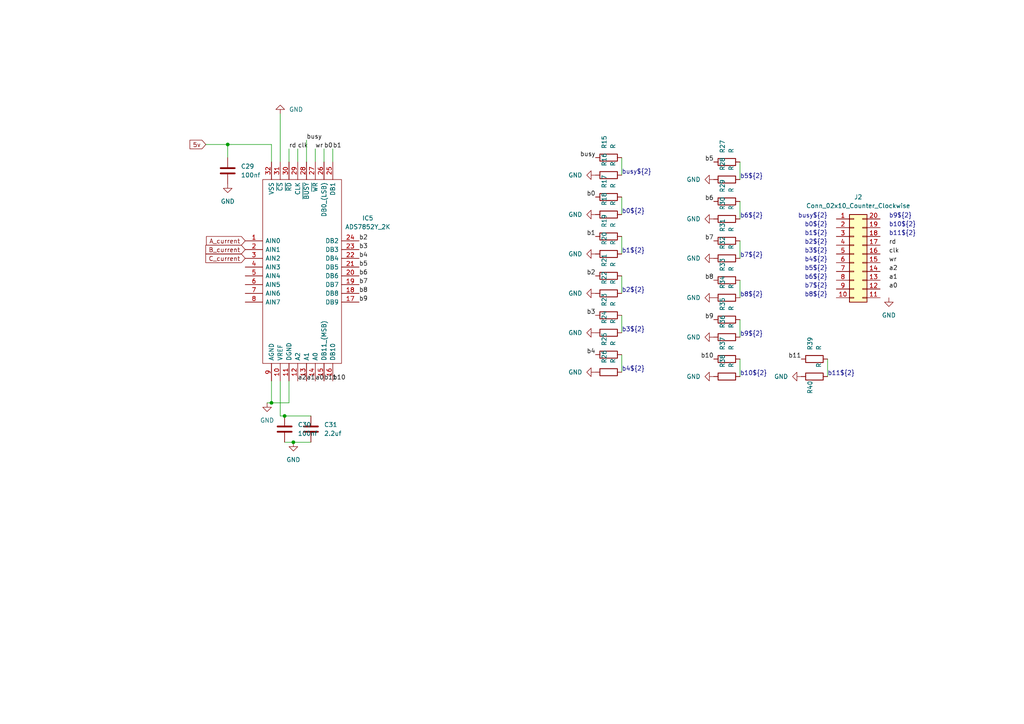
<source format=kicad_sch>
(kicad_sch (version 20211123) (generator eeschema)

  (uuid d60aaf9c-f815-4cde-8ba9-6b1ae7d09f36)

  (paper "A4")

  (lib_symbols
    (symbol "ADS7852Y_2K:ADS7852Y_2K" (pin_names (offset 0.762)) (in_bom yes) (on_board yes)
      (property "Reference" "IC" (id 0) (at 29.21 22.86 0)
        (effects (font (size 1.27 1.27)) (justify left))
      )
      (property "Value" "ADS7852Y_2K" (id 1) (at 29.21 20.32 0)
        (effects (font (size 1.27 1.27)) (justify left))
      )
      (property "Footprint" "QFP50P700X700X120-32N" (id 2) (at 29.21 17.78 0)
        (effects (font (size 1.27 1.27)) (justify left) hide)
      )
      (property "Datasheet" "https://www.arrow.com/en/products/ads7852y2k/texas-instruments" (id 3) (at 29.21 15.24 0)
        (effects (font (size 1.27 1.27)) (justify left) hide)
      )
      (property "Description" "Octal Channel Single ADC SAR 500ksps 12-bit Parallel 32-Pin TQFP T/R" (id 4) (at 29.21 12.7 0)
        (effects (font (size 1.27 1.27)) (justify left) hide)
      )
      (property "Height" "1.2" (id 5) (at 29.21 10.16 0)
        (effects (font (size 1.27 1.27)) (justify left) hide)
      )
      (property "Manufacturer_Name" "Texas Instruments" (id 6) (at 29.21 7.62 0)
        (effects (font (size 1.27 1.27)) (justify left) hide)
      )
      (property "Manufacturer_Part_Number" "ADS7852Y/2K" (id 7) (at 29.21 5.08 0)
        (effects (font (size 1.27 1.27)) (justify left) hide)
      )
      (property "Mouser Part Number" "595-ADS7852Y/2K" (id 8) (at 29.21 2.54 0)
        (effects (font (size 1.27 1.27)) (justify left) hide)
      )
      (property "Mouser Price/Stock" "https://www.mouser.com/Search/Refine.aspx?Keyword=595-ADS7852Y%2F2K" (id 9) (at 29.21 0 0)
        (effects (font (size 1.27 1.27)) (justify left) hide)
      )
      (property "Arrow Part Number" "ADS7852Y/2K" (id 10) (at 29.21 -2.54 0)
        (effects (font (size 1.27 1.27)) (justify left) hide)
      )
      (property "Arrow Price/Stock" "https://www.arrow.com/en/products/ads7852y2k/texas-instruments" (id 11) (at 29.21 -5.08 0)
        (effects (font (size 1.27 1.27)) (justify left) hide)
      )
      (property "Mouser Testing Part Number" "" (id 12) (at 29.21 -7.62 0)
        (effects (font (size 1.27 1.27)) (justify left) hide)
      )
      (property "Mouser Testing Price/Stock" "" (id 13) (at 29.21 -10.16 0)
        (effects (font (size 1.27 1.27)) (justify left) hide)
      )
      (property "ki_description" "Octal Channel Single ADC SAR 500ksps 12-bit Parallel 32-Pin TQFP T/R" (id 14) (at 0 0 0)
        (effects (font (size 1.27 1.27)) hide)
      )
      (symbol "ADS7852Y_2K_0_0"
        (pin passive line (at 0 0 0) (length 5.08)
          (name "AIN0" (effects (font (size 1.27 1.27))))
          (number "1" (effects (font (size 1.27 1.27))))
        )
        (pin passive line (at 10.16 -40.64 90) (length 5.08)
          (name "VREF" (effects (font (size 1.27 1.27))))
          (number "10" (effects (font (size 1.27 1.27))))
        )
        (pin passive line (at 12.7 -40.64 90) (length 5.08)
          (name "DGND" (effects (font (size 1.27 1.27))))
          (number "11" (effects (font (size 1.27 1.27))))
        )
        (pin passive line (at 15.24 -40.64 90) (length 5.08)
          (name "A2" (effects (font (size 1.27 1.27))))
          (number "12" (effects (font (size 1.27 1.27))))
        )
        (pin passive line (at 17.78 -40.64 90) (length 5.08)
          (name "A1" (effects (font (size 1.27 1.27))))
          (number "13" (effects (font (size 1.27 1.27))))
        )
        (pin passive line (at 20.32 -40.64 90) (length 5.08)
          (name "A0" (effects (font (size 1.27 1.27))))
          (number "14" (effects (font (size 1.27 1.27))))
        )
        (pin passive line (at 22.86 -40.64 90) (length 5.08)
          (name "DB11_(MSB)" (effects (font (size 1.27 1.27))))
          (number "15" (effects (font (size 1.27 1.27))))
        )
        (pin passive line (at 25.4 -40.64 90) (length 5.08)
          (name "DB10" (effects (font (size 1.27 1.27))))
          (number "16" (effects (font (size 1.27 1.27))))
        )
        (pin passive line (at 33.02 -17.78 180) (length 5.08)
          (name "DB9" (effects (font (size 1.27 1.27))))
          (number "17" (effects (font (size 1.27 1.27))))
        )
        (pin passive line (at 33.02 -15.24 180) (length 5.08)
          (name "DB8" (effects (font (size 1.27 1.27))))
          (number "18" (effects (font (size 1.27 1.27))))
        )
        (pin passive line (at 33.02 -12.7 180) (length 5.08)
          (name "DB7" (effects (font (size 1.27 1.27))))
          (number "19" (effects (font (size 1.27 1.27))))
        )
        (pin passive line (at 0 -2.54 0) (length 5.08)
          (name "AIN1" (effects (font (size 1.27 1.27))))
          (number "2" (effects (font (size 1.27 1.27))))
        )
        (pin passive line (at 33.02 -10.16 180) (length 5.08)
          (name "DB6" (effects (font (size 1.27 1.27))))
          (number "20" (effects (font (size 1.27 1.27))))
        )
        (pin passive line (at 33.02 -7.62 180) (length 5.08)
          (name "DB5" (effects (font (size 1.27 1.27))))
          (number "21" (effects (font (size 1.27 1.27))))
        )
        (pin passive line (at 33.02 -5.08 180) (length 5.08)
          (name "DB4" (effects (font (size 1.27 1.27))))
          (number "22" (effects (font (size 1.27 1.27))))
        )
        (pin passive line (at 33.02 -2.54 180) (length 5.08)
          (name "DB3" (effects (font (size 1.27 1.27))))
          (number "23" (effects (font (size 1.27 1.27))))
        )
        (pin passive line (at 33.02 0 180) (length 5.08)
          (name "DB2" (effects (font (size 1.27 1.27))))
          (number "24" (effects (font (size 1.27 1.27))))
        )
        (pin passive line (at 25.4 22.86 270) (length 5.08)
          (name "DB1" (effects (font (size 1.27 1.27))))
          (number "25" (effects (font (size 1.27 1.27))))
        )
        (pin passive line (at 22.86 22.86 270) (length 5.08)
          (name "DB0_(LSB)" (effects (font (size 1.27 1.27))))
          (number "26" (effects (font (size 1.27 1.27))))
        )
        (pin passive line (at 20.32 22.86 270) (length 5.08)
          (name "~{WR}" (effects (font (size 1.27 1.27))))
          (number "27" (effects (font (size 1.27 1.27))))
        )
        (pin passive line (at 17.78 22.86 270) (length 5.08)
          (name "~{BUSY}" (effects (font (size 1.27 1.27))))
          (number "28" (effects (font (size 1.27 1.27))))
        )
        (pin passive line (at 15.24 22.86 270) (length 5.08)
          (name "CLK" (effects (font (size 1.27 1.27))))
          (number "29" (effects (font (size 1.27 1.27))))
        )
        (pin passive line (at 0 -5.08 0) (length 5.08)
          (name "AIN2" (effects (font (size 1.27 1.27))))
          (number "3" (effects (font (size 1.27 1.27))))
        )
        (pin passive line (at 12.7 22.86 270) (length 5.08)
          (name "~{RD}" (effects (font (size 1.27 1.27))))
          (number "30" (effects (font (size 1.27 1.27))))
        )
        (pin passive line (at 10.16 22.86 270) (length 5.08)
          (name "~{CS}" (effects (font (size 1.27 1.27))))
          (number "31" (effects (font (size 1.27 1.27))))
        )
        (pin passive line (at 7.62 22.86 270) (length 5.08)
          (name "VSS" (effects (font (size 1.27 1.27))))
          (number "32" (effects (font (size 1.27 1.27))))
        )
        (pin passive line (at 0 -7.62 0) (length 5.08)
          (name "AIN3" (effects (font (size 1.27 1.27))))
          (number "4" (effects (font (size 1.27 1.27))))
        )
        (pin passive line (at 0 -10.16 0) (length 5.08)
          (name "AIN4" (effects (font (size 1.27 1.27))))
          (number "5" (effects (font (size 1.27 1.27))))
        )
        (pin passive line (at 0 -12.7 0) (length 5.08)
          (name "AIN5" (effects (font (size 1.27 1.27))))
          (number "6" (effects (font (size 1.27 1.27))))
        )
        (pin passive line (at 0 -15.24 0) (length 5.08)
          (name "AIN6" (effects (font (size 1.27 1.27))))
          (number "7" (effects (font (size 1.27 1.27))))
        )
        (pin passive line (at 0 -17.78 0) (length 5.08)
          (name "AIN7" (effects (font (size 1.27 1.27))))
          (number "8" (effects (font (size 1.27 1.27))))
        )
        (pin passive line (at 7.62 -40.64 90) (length 5.08)
          (name "AGND" (effects (font (size 1.27 1.27))))
          (number "9" (effects (font (size 1.27 1.27))))
        )
      )
      (symbol "ADS7852Y_2K_0_1"
        (polyline
          (pts
            (xy 5.08 17.78)
            (xy 27.94 17.78)
            (xy 27.94 -35.56)
            (xy 5.08 -35.56)
            (xy 5.08 17.78)
          )
          (stroke (width 0.1524) (type default) (color 0 0 0 0))
          (fill (type none))
        )
      )
    )
    (symbol "Connector_Generic:Conn_02x10_Counter_Clockwise" (pin_names (offset 1.016) hide) (in_bom yes) (on_board yes)
      (property "Reference" "J" (id 0) (at 1.27 12.7 0)
        (effects (font (size 1.27 1.27)))
      )
      (property "Value" "Conn_02x10_Counter_Clockwise" (id 1) (at 1.27 -15.24 0)
        (effects (font (size 1.27 1.27)))
      )
      (property "Footprint" "" (id 2) (at 0 0 0)
        (effects (font (size 1.27 1.27)) hide)
      )
      (property "Datasheet" "~" (id 3) (at 0 0 0)
        (effects (font (size 1.27 1.27)) hide)
      )
      (property "ki_keywords" "connector" (id 4) (at 0 0 0)
        (effects (font (size 1.27 1.27)) hide)
      )
      (property "ki_description" "Generic connector, double row, 02x10, counter clockwise pin numbering scheme (similar to DIP package numbering), script generated (kicad-library-utils/schlib/autogen/connector/)" (id 5) (at 0 0 0)
        (effects (font (size 1.27 1.27)) hide)
      )
      (property "ki_fp_filters" "Connector*:*_2x??_*" (id 6) (at 0 0 0)
        (effects (font (size 1.27 1.27)) hide)
      )
      (symbol "Conn_02x10_Counter_Clockwise_1_1"
        (rectangle (start -1.27 -12.573) (end 0 -12.827)
          (stroke (width 0.1524) (type default) (color 0 0 0 0))
          (fill (type none))
        )
        (rectangle (start -1.27 -10.033) (end 0 -10.287)
          (stroke (width 0.1524) (type default) (color 0 0 0 0))
          (fill (type none))
        )
        (rectangle (start -1.27 -7.493) (end 0 -7.747)
          (stroke (width 0.1524) (type default) (color 0 0 0 0))
          (fill (type none))
        )
        (rectangle (start -1.27 -4.953) (end 0 -5.207)
          (stroke (width 0.1524) (type default) (color 0 0 0 0))
          (fill (type none))
        )
        (rectangle (start -1.27 -2.413) (end 0 -2.667)
          (stroke (width 0.1524) (type default) (color 0 0 0 0))
          (fill (type none))
        )
        (rectangle (start -1.27 0.127) (end 0 -0.127)
          (stroke (width 0.1524) (type default) (color 0 0 0 0))
          (fill (type none))
        )
        (rectangle (start -1.27 2.667) (end 0 2.413)
          (stroke (width 0.1524) (type default) (color 0 0 0 0))
          (fill (type none))
        )
        (rectangle (start -1.27 5.207) (end 0 4.953)
          (stroke (width 0.1524) (type default) (color 0 0 0 0))
          (fill (type none))
        )
        (rectangle (start -1.27 7.747) (end 0 7.493)
          (stroke (width 0.1524) (type default) (color 0 0 0 0))
          (fill (type none))
        )
        (rectangle (start -1.27 10.287) (end 0 10.033)
          (stroke (width 0.1524) (type default) (color 0 0 0 0))
          (fill (type none))
        )
        (rectangle (start -1.27 11.43) (end 3.81 -13.97)
          (stroke (width 0.254) (type default) (color 0 0 0 0))
          (fill (type background))
        )
        (rectangle (start 3.81 -12.573) (end 2.54 -12.827)
          (stroke (width 0.1524) (type default) (color 0 0 0 0))
          (fill (type none))
        )
        (rectangle (start 3.81 -10.033) (end 2.54 -10.287)
          (stroke (width 0.1524) (type default) (color 0 0 0 0))
          (fill (type none))
        )
        (rectangle (start 3.81 -7.493) (end 2.54 -7.747)
          (stroke (width 0.1524) (type default) (color 0 0 0 0))
          (fill (type none))
        )
        (rectangle (start 3.81 -4.953) (end 2.54 -5.207)
          (stroke (width 0.1524) (type default) (color 0 0 0 0))
          (fill (type none))
        )
        (rectangle (start 3.81 -2.413) (end 2.54 -2.667)
          (stroke (width 0.1524) (type default) (color 0 0 0 0))
          (fill (type none))
        )
        (rectangle (start 3.81 0.127) (end 2.54 -0.127)
          (stroke (width 0.1524) (type default) (color 0 0 0 0))
          (fill (type none))
        )
        (rectangle (start 3.81 2.667) (end 2.54 2.413)
          (stroke (width 0.1524) (type default) (color 0 0 0 0))
          (fill (type none))
        )
        (rectangle (start 3.81 5.207) (end 2.54 4.953)
          (stroke (width 0.1524) (type default) (color 0 0 0 0))
          (fill (type none))
        )
        (rectangle (start 3.81 7.747) (end 2.54 7.493)
          (stroke (width 0.1524) (type default) (color 0 0 0 0))
          (fill (type none))
        )
        (rectangle (start 3.81 10.287) (end 2.54 10.033)
          (stroke (width 0.1524) (type default) (color 0 0 0 0))
          (fill (type none))
        )
        (pin passive line (at -5.08 10.16 0) (length 3.81)
          (name "Pin_1" (effects (font (size 1.27 1.27))))
          (number "1" (effects (font (size 1.27 1.27))))
        )
        (pin passive line (at -5.08 -12.7 0) (length 3.81)
          (name "Pin_10" (effects (font (size 1.27 1.27))))
          (number "10" (effects (font (size 1.27 1.27))))
        )
        (pin passive line (at 7.62 -12.7 180) (length 3.81)
          (name "Pin_11" (effects (font (size 1.27 1.27))))
          (number "11" (effects (font (size 1.27 1.27))))
        )
        (pin passive line (at 7.62 -10.16 180) (length 3.81)
          (name "Pin_12" (effects (font (size 1.27 1.27))))
          (number "12" (effects (font (size 1.27 1.27))))
        )
        (pin passive line (at 7.62 -7.62 180) (length 3.81)
          (name "Pin_13" (effects (font (size 1.27 1.27))))
          (number "13" (effects (font (size 1.27 1.27))))
        )
        (pin passive line (at 7.62 -5.08 180) (length 3.81)
          (name "Pin_14" (effects (font (size 1.27 1.27))))
          (number "14" (effects (font (size 1.27 1.27))))
        )
        (pin passive line (at 7.62 -2.54 180) (length 3.81)
          (name "Pin_15" (effects (font (size 1.27 1.27))))
          (number "15" (effects (font (size 1.27 1.27))))
        )
        (pin passive line (at 7.62 0 180) (length 3.81)
          (name "Pin_16" (effects (font (size 1.27 1.27))))
          (number "16" (effects (font (size 1.27 1.27))))
        )
        (pin passive line (at 7.62 2.54 180) (length 3.81)
          (name "Pin_17" (effects (font (size 1.27 1.27))))
          (number "17" (effects (font (size 1.27 1.27))))
        )
        (pin passive line (at 7.62 5.08 180) (length 3.81)
          (name "Pin_18" (effects (font (size 1.27 1.27))))
          (number "18" (effects (font (size 1.27 1.27))))
        )
        (pin passive line (at 7.62 7.62 180) (length 3.81)
          (name "Pin_19" (effects (font (size 1.27 1.27))))
          (number "19" (effects (font (size 1.27 1.27))))
        )
        (pin passive line (at -5.08 7.62 0) (length 3.81)
          (name "Pin_2" (effects (font (size 1.27 1.27))))
          (number "2" (effects (font (size 1.27 1.27))))
        )
        (pin passive line (at 7.62 10.16 180) (length 3.81)
          (name "Pin_20" (effects (font (size 1.27 1.27))))
          (number "20" (effects (font (size 1.27 1.27))))
        )
        (pin passive line (at -5.08 5.08 0) (length 3.81)
          (name "Pin_3" (effects (font (size 1.27 1.27))))
          (number "3" (effects (font (size 1.27 1.27))))
        )
        (pin passive line (at -5.08 2.54 0) (length 3.81)
          (name "Pin_4" (effects (font (size 1.27 1.27))))
          (number "4" (effects (font (size 1.27 1.27))))
        )
        (pin passive line (at -5.08 0 0) (length 3.81)
          (name "Pin_5" (effects (font (size 1.27 1.27))))
          (number "5" (effects (font (size 1.27 1.27))))
        )
        (pin passive line (at -5.08 -2.54 0) (length 3.81)
          (name "Pin_6" (effects (font (size 1.27 1.27))))
          (number "6" (effects (font (size 1.27 1.27))))
        )
        (pin passive line (at -5.08 -5.08 0) (length 3.81)
          (name "Pin_7" (effects (font (size 1.27 1.27))))
          (number "7" (effects (font (size 1.27 1.27))))
        )
        (pin passive line (at -5.08 -7.62 0) (length 3.81)
          (name "Pin_8" (effects (font (size 1.27 1.27))))
          (number "8" (effects (font (size 1.27 1.27))))
        )
        (pin passive line (at -5.08 -10.16 0) (length 3.81)
          (name "Pin_9" (effects (font (size 1.27 1.27))))
          (number "9" (effects (font (size 1.27 1.27))))
        )
      )
    )
    (symbol "Device:C" (pin_numbers hide) (pin_names (offset 0.254)) (in_bom yes) (on_board yes)
      (property "Reference" "C" (id 0) (at 0.635 2.54 0)
        (effects (font (size 1.27 1.27)) (justify left))
      )
      (property "Value" "C" (id 1) (at 0.635 -2.54 0)
        (effects (font (size 1.27 1.27)) (justify left))
      )
      (property "Footprint" "" (id 2) (at 0.9652 -3.81 0)
        (effects (font (size 1.27 1.27)) hide)
      )
      (property "Datasheet" "~" (id 3) (at 0 0 0)
        (effects (font (size 1.27 1.27)) hide)
      )
      (property "ki_keywords" "cap capacitor" (id 4) (at 0 0 0)
        (effects (font (size 1.27 1.27)) hide)
      )
      (property "ki_description" "Unpolarized capacitor" (id 5) (at 0 0 0)
        (effects (font (size 1.27 1.27)) hide)
      )
      (property "ki_fp_filters" "C_*" (id 6) (at 0 0 0)
        (effects (font (size 1.27 1.27)) hide)
      )
      (symbol "C_0_1"
        (polyline
          (pts
            (xy -2.032 -0.762)
            (xy 2.032 -0.762)
          )
          (stroke (width 0.508) (type default) (color 0 0 0 0))
          (fill (type none))
        )
        (polyline
          (pts
            (xy -2.032 0.762)
            (xy 2.032 0.762)
          )
          (stroke (width 0.508) (type default) (color 0 0 0 0))
          (fill (type none))
        )
      )
      (symbol "C_1_1"
        (pin passive line (at 0 3.81 270) (length 2.794)
          (name "~" (effects (font (size 1.27 1.27))))
          (number "1" (effects (font (size 1.27 1.27))))
        )
        (pin passive line (at 0 -3.81 90) (length 2.794)
          (name "~" (effects (font (size 1.27 1.27))))
          (number "2" (effects (font (size 1.27 1.27))))
        )
      )
    )
    (symbol "Device:R" (pin_numbers hide) (pin_names (offset 0)) (in_bom yes) (on_board yes)
      (property "Reference" "R" (id 0) (at 2.032 0 90)
        (effects (font (size 1.27 1.27)))
      )
      (property "Value" "R" (id 1) (at 0 0 90)
        (effects (font (size 1.27 1.27)))
      )
      (property "Footprint" "" (id 2) (at -1.778 0 90)
        (effects (font (size 1.27 1.27)) hide)
      )
      (property "Datasheet" "~" (id 3) (at 0 0 0)
        (effects (font (size 1.27 1.27)) hide)
      )
      (property "ki_keywords" "R res resistor" (id 4) (at 0 0 0)
        (effects (font (size 1.27 1.27)) hide)
      )
      (property "ki_description" "Resistor" (id 5) (at 0 0 0)
        (effects (font (size 1.27 1.27)) hide)
      )
      (property "ki_fp_filters" "R_*" (id 6) (at 0 0 0)
        (effects (font (size 1.27 1.27)) hide)
      )
      (symbol "R_0_1"
        (rectangle (start -1.016 -2.54) (end 1.016 2.54)
          (stroke (width 0.254) (type default) (color 0 0 0 0))
          (fill (type none))
        )
      )
      (symbol "R_1_1"
        (pin passive line (at 0 3.81 270) (length 1.27)
          (name "~" (effects (font (size 1.27 1.27))))
          (number "1" (effects (font (size 1.27 1.27))))
        )
        (pin passive line (at 0 -3.81 90) (length 1.27)
          (name "~" (effects (font (size 1.27 1.27))))
          (number "2" (effects (font (size 1.27 1.27))))
        )
      )
    )
    (symbol "power:GND" (power) (pin_names (offset 0)) (in_bom yes) (on_board yes)
      (property "Reference" "#PWR" (id 0) (at 0 -6.35 0)
        (effects (font (size 1.27 1.27)) hide)
      )
      (property "Value" "GND" (id 1) (at 0 -3.81 0)
        (effects (font (size 1.27 1.27)))
      )
      (property "Footprint" "" (id 2) (at 0 0 0)
        (effects (font (size 1.27 1.27)) hide)
      )
      (property "Datasheet" "" (id 3) (at 0 0 0)
        (effects (font (size 1.27 1.27)) hide)
      )
      (property "ki_keywords" "power-flag" (id 4) (at 0 0 0)
        (effects (font (size 1.27 1.27)) hide)
      )
      (property "ki_description" "Power symbol creates a global label with name \"GND\" , ground" (id 5) (at 0 0 0)
        (effects (font (size 1.27 1.27)) hide)
      )
      (symbol "GND_0_1"
        (polyline
          (pts
            (xy 0 0)
            (xy 0 -1.27)
            (xy 1.27 -1.27)
            (xy 0 -2.54)
            (xy -1.27 -1.27)
            (xy 0 -1.27)
          )
          (stroke (width 0) (type default) (color 0 0 0 0))
          (fill (type none))
        )
      )
      (symbol "GND_1_1"
        (pin power_in line (at 0 0 270) (length 0) hide
          (name "GND" (effects (font (size 1.27 1.27))))
          (number "1" (effects (font (size 1.27 1.27))))
        )
      )
    )
  )

  (junction (at 78.74 116.84) (diameter 0) (color 0 0 0 0)
    (uuid 08b71f4f-4a41-4bcd-94aa-93219a1b3911)
  )
  (junction (at 85.09 128.27) (diameter 0) (color 0 0 0 0)
    (uuid 4f964003-ae7f-494d-bb04-27ade9674889)
  )
  (junction (at 82.55 120.65) (diameter 0) (color 0 0 0 0)
    (uuid 88822553-7417-4e13-af7a-84cb1e783a76)
  )
  (junction (at 66.04 41.91) (diameter 0) (color 0 0 0 0)
    (uuid 8e317a98-24f3-47c7-a450-eb50c5a8ce03)
  )

  (wire (pts (xy 96.52 43.18) (xy 96.52 46.99))
    (stroke (width 0) (type default) (color 0 0 0 0))
    (uuid 0437426f-ae95-46c2-939e-f71b87d9f9e5)
  )
  (wire (pts (xy 83.82 116.84) (xy 78.74 116.84))
    (stroke (width 0) (type default) (color 0 0 0 0))
    (uuid 07069d4f-a3e7-4217-bd45-2a1a6745a519)
  )
  (wire (pts (xy 66.04 41.91) (xy 59.69 41.91))
    (stroke (width 0) (type default) (color 0 0 0 0))
    (uuid 10c6d269-533a-4480-a87a-87f499b75422)
  )
  (wire (pts (xy 214.63 46.99) (xy 214.63 52.07))
    (stroke (width 0) (type default) (color 0 0 0 0))
    (uuid 1d4aea11-5b17-4569-b0ee-a3faf8405418)
  )
  (wire (pts (xy 81.28 33.02) (xy 81.28 46.99))
    (stroke (width 0) (type default) (color 0 0 0 0))
    (uuid 2e708d51-a3b7-4531-85a1-5c7eed502b78)
  )
  (wire (pts (xy 214.63 92.71) (xy 214.63 97.79))
    (stroke (width 0) (type default) (color 0 0 0 0))
    (uuid 30e39630-61d9-4409-8aac-90d00839765f)
  )
  (wire (pts (xy 180.34 91.44) (xy 180.34 96.52))
    (stroke (width 0) (type default) (color 0 0 0 0))
    (uuid 351081aa-6e38-4e04-9f99-e07d057eac0e)
  )
  (wire (pts (xy 180.34 68.58) (xy 180.34 73.66))
    (stroke (width 0) (type default) (color 0 0 0 0))
    (uuid 50b78af6-a11c-4ee3-bf96-410a22052dbd)
  )
  (wire (pts (xy 81.28 110.49) (xy 81.28 120.65))
    (stroke (width 0) (type default) (color 0 0 0 0))
    (uuid 5353ba04-80e4-4271-a566-c8035615244c)
  )
  (wire (pts (xy 214.63 104.14) (xy 214.63 109.22))
    (stroke (width 0) (type default) (color 0 0 0 0))
    (uuid 54c19a9a-009a-411e-b664-214666c431ba)
  )
  (wire (pts (xy 214.63 81.28) (xy 214.63 86.36))
    (stroke (width 0) (type default) (color 0 0 0 0))
    (uuid 62bc2ad5-4372-4611-9348-c767250e973e)
  )
  (wire (pts (xy 86.36 43.18) (xy 86.36 46.99))
    (stroke (width 0) (type default) (color 0 0 0 0))
    (uuid 72ef0ea0-bf69-456e-a9d7-c6f7b1727948)
  )
  (wire (pts (xy 78.74 110.49) (xy 78.74 116.84))
    (stroke (width 0) (type default) (color 0 0 0 0))
    (uuid 78f6ed6a-462f-4123-9eae-64f15cb25d89)
  )
  (wire (pts (xy 82.55 120.65) (xy 90.17 120.65))
    (stroke (width 0) (type default) (color 0 0 0 0))
    (uuid 872e7eb3-eac1-4706-8088-15c27c710089)
  )
  (wire (pts (xy 180.34 80.01) (xy 180.34 85.09))
    (stroke (width 0) (type default) (color 0 0 0 0))
    (uuid 88355677-9193-4ef3-b2bc-5e21a38ba150)
  )
  (wire (pts (xy 180.34 57.15) (xy 180.34 62.23))
    (stroke (width 0) (type default) (color 0 0 0 0))
    (uuid 8984cde9-4f51-4e0d-8e76-6cc2f1dab44e)
  )
  (wire (pts (xy 214.63 69.85) (xy 214.63 74.93))
    (stroke (width 0) (type default) (color 0 0 0 0))
    (uuid 9b1157bc-13b8-4061-8dae-a55dd1b67dac)
  )
  (wire (pts (xy 66.04 41.91) (xy 66.04 45.72))
    (stroke (width 0) (type default) (color 0 0 0 0))
    (uuid a19b0259-5602-437d-a2ad-2b1764a8c0dc)
  )
  (wire (pts (xy 85.09 128.27) (xy 90.17 128.27))
    (stroke (width 0) (type default) (color 0 0 0 0))
    (uuid a4b654be-5110-4a14-bc71-c2cbe10fd28d)
  )
  (wire (pts (xy 93.98 43.18) (xy 93.98 46.99))
    (stroke (width 0) (type default) (color 0 0 0 0))
    (uuid b9ef7218-cc70-448b-b05f-6953e0ba2f63)
  )
  (wire (pts (xy 81.28 120.65) (xy 82.55 120.65))
    (stroke (width 0) (type default) (color 0 0 0 0))
    (uuid c1f7d72b-d3b5-4808-8a63-a93d313fb689)
  )
  (wire (pts (xy 240.03 104.14) (xy 240.03 109.22))
    (stroke (width 0) (type default) (color 0 0 0 0))
    (uuid c285675f-7696-4911-822f-71350d8ef884)
  )
  (wire (pts (xy 78.74 46.99) (xy 78.74 41.91))
    (stroke (width 0) (type default) (color 0 0 0 0))
    (uuid c3abd20c-9a9e-4c86-965d-c62e6568d096)
  )
  (wire (pts (xy 91.44 43.18) (xy 91.44 46.99))
    (stroke (width 0) (type default) (color 0 0 0 0))
    (uuid c5516328-f734-46f6-ae43-7b81c1858a53)
  )
  (wire (pts (xy 180.34 102.87) (xy 180.34 107.95))
    (stroke (width 0) (type default) (color 0 0 0 0))
    (uuid c7da1de4-29f7-4bb0-9b5c-1136d1004178)
  )
  (wire (pts (xy 180.34 45.72) (xy 180.34 50.8))
    (stroke (width 0) (type default) (color 0 0 0 0))
    (uuid cd8cd047-c8bd-4fb5-afd3-50dfe5c6dff8)
  )
  (wire (pts (xy 78.74 41.91) (xy 66.04 41.91))
    (stroke (width 0) (type default) (color 0 0 0 0))
    (uuid cec7306b-56fa-4255-b6b3-7b3b0cde9d2d)
  )
  (wire (pts (xy 83.82 110.49) (xy 83.82 116.84))
    (stroke (width 0) (type default) (color 0 0 0 0))
    (uuid daa99464-6a7c-4e46-b5d5-07aee5d1e807)
  )
  (wire (pts (xy 78.74 116.84) (xy 77.47 116.84))
    (stroke (width 0) (type default) (color 0 0 0 0))
    (uuid e185c244-2de2-4734-b5f6-c4641226b902)
  )
  (wire (pts (xy 83.82 43.18) (xy 83.82 46.99))
    (stroke (width 0) (type default) (color 0 0 0 0))
    (uuid e729f846-78f7-4f6b-a78d-823db978f183)
  )
  (wire (pts (xy 82.55 128.27) (xy 85.09 128.27))
    (stroke (width 0) (type default) (color 0 0 0 0))
    (uuid fad7e8ba-d5df-44b6-9983-9e30aaab8f4d)
  )
  (wire (pts (xy 214.63 58.42) (xy 214.63 63.5))
    (stroke (width 0) (type default) (color 0 0 0 0))
    (uuid fb3cea68-2856-4394-9ec6-8f78d0f1a8ea)
  )
  (wire (pts (xy 88.9 40.64) (xy 88.9 46.99))
    (stroke (width 0) (type default) (color 0 0 0 0))
    (uuid fe691575-fe8c-488e-a00a-dbeafbda8aae)
  )

  (label "rd" (at 257.81 71.12 0)
    (effects (font (size 1.27 1.27)) (justify left bottom))
    (uuid 005392af-627f-4701-8b6b-fc46aeaa97b1)
  )
  (label "b4${2}" (at 240.03 76.2 180)
    (effects (font (size 1.27 1.27)) (justify right bottom))
    (uuid 06886dc0-ae29-4966-81a0-b987275e5a59)
  )
  (label "b8${2}" (at 240.03 86.36 180)
    (effects (font (size 1.27 1.27)) (justify right bottom))
    (uuid 07ba186d-c099-4686-8d3b-5b945f047b24)
  )
  (label "b6${2}" (at 214.63 63.5 0)
    (effects (font (size 1.27 1.27)) (justify left bottom))
    (uuid 16e2cea9-3441-4a27-929a-85f75322af6a)
  )
  (label "b4" (at 172.72 102.87 180)
    (effects (font (size 1.27 1.27)) (justify right bottom))
    (uuid 2100dcb5-ed84-4481-b87c-e0fc1c182683)
  )
  (label "b9${2}" (at 214.63 97.79 0)
    (effects (font (size 1.27 1.27)) (justify left bottom))
    (uuid 2c71b42a-625a-4e7d-bb5c-d9d59d7c0181)
  )
  (label "b9${2}" (at 257.81 63.5 0)
    (effects (font (size 1.27 1.27)) (justify left bottom))
    (uuid 30239fda-04b9-4f99-8642-f49aa3956bdd)
  )
  (label "b6" (at 104.14 80.01 0)
    (effects (font (size 1.27 1.27)) (justify left bottom))
    (uuid 31dfdf71-d291-4cc3-aa89-06297c1d2ce6)
  )
  (label "b10${2}" (at 214.63 109.22 0)
    (effects (font (size 1.27 1.27)) (justify left bottom))
    (uuid 3308fc40-f07d-4f4a-a567-e7772d90c859)
  )
  (label "a1" (at 88.9 110.49 0)
    (effects (font (size 1.27 1.27)) (justify left bottom))
    (uuid 36355b99-0fe5-470b-bb45-dd9a22ba5073)
  )
  (label "b5" (at 104.14 77.47 0)
    (effects (font (size 1.27 1.27)) (justify left bottom))
    (uuid 37b6f857-e3ce-4c4c-8ab2-9bebd75c7b6f)
  )
  (label "b1" (at 172.72 68.58 180)
    (effects (font (size 1.27 1.27)) (justify right bottom))
    (uuid 3821dd9a-5a2f-4dc4-ab86-30be1fc930e0)
  )
  (label "b11${2}" (at 240.03 109.22 0)
    (effects (font (size 1.27 1.27)) (justify left bottom))
    (uuid 3da8d52b-cbf1-4959-a4a3-a2969072da68)
  )
  (label "b3${2}" (at 240.03 73.66 180)
    (effects (font (size 1.27 1.27)) (justify right bottom))
    (uuid 4349d995-2855-448c-8e38-6acc9b98c4a3)
  )
  (label "b7${2}" (at 240.03 83.82 180)
    (effects (font (size 1.27 1.27)) (justify right bottom))
    (uuid 475516c6-755f-4a28-9956-d1c877c1a79c)
  )
  (label "b3" (at 172.72 91.44 180)
    (effects (font (size 1.27 1.27)) (justify right bottom))
    (uuid 4d359646-3b23-448b-b563-bef3a6af2dbf)
  )
  (label "rd" (at 83.82 43.18 0)
    (effects (font (size 1.27 1.27)) (justify left bottom))
    (uuid 504a150c-8ad5-4cd2-bab5-b9f357205e96)
  )
  (label "b0" (at 93.98 43.18 0)
    (effects (font (size 1.27 1.27)) (justify left bottom))
    (uuid 5ad65f0a-ea4b-431b-9962-3de32780706f)
  )
  (label "b9" (at 104.14 87.63 0)
    (effects (font (size 1.27 1.27)) (justify left bottom))
    (uuid 5da2d9ae-6e36-4a4c-bfc4-e5f9c27a7161)
  )
  (label "a1" (at 257.81 81.28 0)
    (effects (font (size 1.27 1.27)) (justify left bottom))
    (uuid 6743fbc3-d2b6-49c2-a4c0-08511984dae8)
  )
  (label "b8${2}" (at 214.63 86.36 0)
    (effects (font (size 1.27 1.27)) (justify left bottom))
    (uuid 6dae02f0-a848-4f11-b829-deea7f179288)
  )
  (label "b1${2}" (at 180.34 73.66 0)
    (effects (font (size 1.27 1.27)) (justify left bottom))
    (uuid 7038fb6b-be7c-413a-9257-3cd9775d09d1)
  )
  (label "busy${2}" (at 180.34 50.8 0)
    (effects (font (size 1.27 1.27)) (justify left bottom))
    (uuid 74d26c03-49aa-4cf2-9510-3ef0ccbbe952)
  )
  (label "b2${2}" (at 180.34 85.09 0)
    (effects (font (size 1.27 1.27)) (justify left bottom))
    (uuid 76c70936-e4c6-4097-b624-802b0fe47a66)
  )
  (label "busy" (at 88.9 40.64 0)
    (effects (font (size 1.27 1.27)) (justify left bottom))
    (uuid 778a1eb6-f591-42fb-ac14-1066bf04d5f1)
  )
  (label "clk" (at 257.81 73.66 0)
    (effects (font (size 1.27 1.27)) (justify left bottom))
    (uuid 79946ebf-cb4b-465d-a23b-410dcc0da4c6)
  )
  (label "b9" (at 207.01 92.71 180)
    (effects (font (size 1.27 1.27)) (justify right bottom))
    (uuid 7a22eb1c-106b-4b0e-8ee6-416e7c8e314b)
  )
  (label "b4" (at 104.14 74.93 0)
    (effects (font (size 1.27 1.27)) (justify left bottom))
    (uuid 7b3e446d-269f-4b7b-97df-161bbf7ae680)
  )
  (label "b3" (at 104.14 72.39 0)
    (effects (font (size 1.27 1.27)) (justify left bottom))
    (uuid 7d45c9da-9e29-46c7-85d5-db86677e711f)
  )
  (label "b2" (at 104.14 69.85 0)
    (effects (font (size 1.27 1.27)) (justify left bottom))
    (uuid 7e9ec7fa-f807-48be-b6a9-b8b19c8f7d2a)
  )
  (label "b10" (at 207.01 104.14 180)
    (effects (font (size 1.27 1.27)) (justify right bottom))
    (uuid 8218fc7c-3f26-4636-91a0-f95c32cf42e7)
  )
  (label "b2" (at 172.72 80.01 180)
    (effects (font (size 1.27 1.27)) (justify right bottom))
    (uuid 8985149a-24ec-4f9c-9fcf-860364f61d8b)
  )
  (label "b5${2}" (at 240.03 78.74 180)
    (effects (font (size 1.27 1.27)) (justify right bottom))
    (uuid 941842cd-6ad8-47cd-9d13-3aa6bab84fa7)
  )
  (label "b8" (at 207.01 81.28 180)
    (effects (font (size 1.27 1.27)) (justify right bottom))
    (uuid 980ed9f1-bc2b-41ac-817c-b3c40ba5cbbb)
  )
  (label "a2" (at 86.36 110.49 0)
    (effects (font (size 1.27 1.27)) (justify left bottom))
    (uuid 98602584-5463-4fb4-aa1a-5f813a1ac405)
  )
  (label "b11${2}" (at 257.81 68.58 0)
    (effects (font (size 1.27 1.27)) (justify left bottom))
    (uuid 9a334b84-5ca7-4c03-93ca-332ea4326749)
  )
  (label "a2" (at 257.81 78.74 0)
    (effects (font (size 1.27 1.27)) (justify left bottom))
    (uuid 9ea0e5b9-769e-4246-abc1-d595fe34db39)
  )
  (label "b10" (at 96.52 110.49 0)
    (effects (font (size 1.27 1.27)) (justify left bottom))
    (uuid a396ad9f-d6d5-415a-9b0f-8938cc5da34c)
  )
  (label "b3${2}" (at 180.34 96.52 0)
    (effects (font (size 1.27 1.27)) (justify left bottom))
    (uuid a52ed9e6-f6f4-4ffa-90db-bdc37c9c8500)
  )
  (label "b6" (at 207.01 58.42 180)
    (effects (font (size 1.27 1.27)) (justify right bottom))
    (uuid a7e08d27-06b1-495a-a5b5-3d0afda88377)
  )
  (label "b2${2}" (at 240.03 71.12 180)
    (effects (font (size 1.27 1.27)) (justify right bottom))
    (uuid add95541-2d39-40ec-bf59-1c7ee4387cf4)
  )
  (label "b1${2}" (at 240.03 68.58 180)
    (effects (font (size 1.27 1.27)) (justify right bottom))
    (uuid b385deb8-faf5-45bd-aac1-45ebc980ea56)
  )
  (label "b6${2}" (at 240.03 81.28 180)
    (effects (font (size 1.27 1.27)) (justify right bottom))
    (uuid b5d0cd37-6fa8-479a-abcc-aca7a8447f8f)
  )
  (label "b4${2}" (at 180.34 107.95 0)
    (effects (font (size 1.27 1.27)) (justify left bottom))
    (uuid bf518888-7cf1-4703-a01a-298b798af859)
  )
  (label "b5" (at 207.01 46.99 180)
    (effects (font (size 1.27 1.27)) (justify right bottom))
    (uuid c0897c0e-7544-440c-bc63-814e6f51a8d2)
  )
  (label "b11" (at 93.98 110.49 0)
    (effects (font (size 1.27 1.27)) (justify left bottom))
    (uuid c1321894-5798-4243-941d-b9e4cd9231a6)
  )
  (label "wr" (at 257.81 76.2 0)
    (effects (font (size 1.27 1.27)) (justify left bottom))
    (uuid c4de93a6-edb1-4996-b1db-a1f6c9fe78c9)
  )
  (label "b7" (at 104.14 82.55 0)
    (effects (font (size 1.27 1.27)) (justify left bottom))
    (uuid d15e95a8-237f-49eb-8b10-6b8b225800d2)
  )
  (label "clk" (at 86.36 43.18 0)
    (effects (font (size 1.27 1.27)) (justify left bottom))
    (uuid d5a149e5-d7d5-4c67-93a5-fbc45a866103)
  )
  (label "b10${2}" (at 257.81 66.04 0)
    (effects (font (size 1.27 1.27)) (justify left bottom))
    (uuid da6717db-66df-48d8-8314-75e358b79c77)
  )
  (label "b0${2}" (at 240.03 66.04 180)
    (effects (font (size 1.27 1.27)) (justify right bottom))
    (uuid da9309f4-f844-4d8f-8417-1ab1195d38ec)
  )
  (label "busy" (at 172.72 45.72 180)
    (effects (font (size 1.27 1.27)) (justify right bottom))
    (uuid dc955821-4973-425e-999f-edf602415b1a)
  )
  (label "b7${2}" (at 214.63 74.93 0)
    (effects (font (size 1.27 1.27)) (justify left bottom))
    (uuid df41ac97-9432-481a-90b8-b0e1561e10da)
  )
  (label "wr" (at 91.44 43.18 0)
    (effects (font (size 1.27 1.27)) (justify left bottom))
    (uuid e1f61907-dc34-40a5-b796-583091c8ce7b)
  )
  (label "b1" (at 96.52 43.18 0)
    (effects (font (size 1.27 1.27)) (justify left bottom))
    (uuid e3359890-e153-49a8-a562-6b9c9e0c3256)
  )
  (label "b5${2}" (at 214.63 52.07 0)
    (effects (font (size 1.27 1.27)) (justify left bottom))
    (uuid edc138b1-6ba6-4f96-93af-703e98314b76)
  )
  (label "b11" (at 232.41 104.14 180)
    (effects (font (size 1.27 1.27)) (justify right bottom))
    (uuid ef636526-f115-4d31-9411-1af901d79f49)
  )
  (label "b0" (at 172.72 57.15 180)
    (effects (font (size 1.27 1.27)) (justify right bottom))
    (uuid f0c33f0d-285a-4a23-a178-bd50080c9006)
  )
  (label "b7" (at 207.01 69.85 180)
    (effects (font (size 1.27 1.27)) (justify right bottom))
    (uuid f2b8d6b2-66bf-4f67-83de-13b017aa4ba9)
  )
  (label "b0${2}" (at 180.34 62.23 0)
    (effects (font (size 1.27 1.27)) (justify left bottom))
    (uuid f335ad56-90e8-448e-b4e3-bb1e8810705b)
  )
  (label "busy${2}" (at 240.03 63.5 180)
    (effects (font (size 1.27 1.27)) (justify right bottom))
    (uuid f3a6cb8d-e96a-482c-a5d2-17cf3fb0bdd2)
  )
  (label "a0" (at 91.44 110.49 0)
    (effects (font (size 1.27 1.27)) (justify left bottom))
    (uuid f451d1c9-d221-48dc-b2ca-929a1384e9f3)
  )
  (label "b8" (at 104.14 85.09 0)
    (effects (font (size 1.27 1.27)) (justify left bottom))
    (uuid f86c1d33-a742-46d9-81d3-7b09a594539e)
  )
  (label "a0" (at 257.81 83.82 0)
    (effects (font (size 1.27 1.27)) (justify left bottom))
    (uuid fcc9d6eb-c425-4e33-998e-b883e6de00b8)
  )

  (global_label "5v" (shape input) (at 59.69 41.91 180) (fields_autoplaced)
    (effects (font (size 1.27 1.27)) (justify right))
    (uuid 0fdbf98d-fad2-49d9-aa42-d3754407120b)
    (property "Intersheet References" "${INTERSHEET_REFS}" (id 0) (at 55.0998 41.8306 0)
      (effects (font (size 1.27 1.27)) (justify right) hide)
    )
  )
  (global_label "C_current" (shape input) (at 71.12 74.93 180) (fields_autoplaced)
    (effects (font (size 1.27 1.27)) (justify right))
    (uuid 3dee5079-5a57-46fe-911e-a4256b5b5efe)
    (property "Intersheet References" "${INTERSHEET_REFS}" (id 0) (at 59.6959 74.8506 0)
      (effects (font (size 1.27 1.27)) (justify right) hide)
    )
  )
  (global_label "A_current" (shape input) (at 71.12 69.85 180) (fields_autoplaced)
    (effects (font (size 1.27 1.27)) (justify right))
    (uuid 4e080dc8-293a-46b7-9840-5336698348e9)
    (property "Intersheet References" "${INTERSHEET_REFS}" (id 0) (at 59.8774 69.7706 0)
      (effects (font (size 1.27 1.27)) (justify right) hide)
    )
  )
  (global_label "B_current" (shape input) (at 71.12 72.39 180) (fields_autoplaced)
    (effects (font (size 1.27 1.27)) (justify right))
    (uuid c9ad2ab4-e193-4e4f-a4d4-b5cd99ab77dd)
    (property "Intersheet References" "${INTERSHEET_REFS}" (id 0) (at 59.6959 72.3106 0)
      (effects (font (size 1.27 1.27)) (justify right) hide)
    )
  )

  (symbol (lib_id "Device:R") (at 210.82 104.14 90) (unit 1)
    (in_bom yes) (on_board yes) (fields_autoplaced)
    (uuid 00ee703f-ab22-4048-b735-03df0485781a)
    (property "Reference" "R37" (id 0) (at 209.5499 101.6 0)
      (effects (font (size 1.27 1.27)) (justify left))
    )
    (property "Value" "R" (id 1) (at 212.0899 101.6 0)
      (effects (font (size 1.27 1.27)) (justify left))
    )
    (property "Footprint" "Resistor_SMD:R_0402_1005Metric" (id 2) (at 210.82 105.918 90)
      (effects (font (size 1.27 1.27)) hide)
    )
    (property "Datasheet" "~" (id 3) (at 210.82 104.14 0)
      (effects (font (size 1.27 1.27)) hide)
    )
    (pin "1" (uuid a38dd0c7-8833-4dda-8d0f-a707ac7a90e9))
    (pin "2" (uuid eff7b4cc-66c5-4d52-a875-13927a946aa0))
  )

  (symbol (lib_id "Device:R") (at 210.82 52.07 90) (unit 1)
    (in_bom yes) (on_board yes) (fields_autoplaced)
    (uuid 036ab2ed-4bb2-433e-bd33-0e5fcf75e871)
    (property "Reference" "R28" (id 0) (at 209.5499 49.53 0)
      (effects (font (size 1.27 1.27)) (justify left))
    )
    (property "Value" "R" (id 1) (at 212.0899 49.53 0)
      (effects (font (size 1.27 1.27)) (justify left))
    )
    (property "Footprint" "Resistor_SMD:R_0402_1005Metric" (id 2) (at 210.82 53.848 90)
      (effects (font (size 1.27 1.27)) hide)
    )
    (property "Datasheet" "~" (id 3) (at 210.82 52.07 0)
      (effects (font (size 1.27 1.27)) hide)
    )
    (pin "1" (uuid 0196957f-7d63-416c-a04f-84229803b4bc))
    (pin "2" (uuid a8331426-ec62-40a3-b1bb-61b88073bef1))
  )

  (symbol (lib_id "power:GND") (at 207.01 74.93 270) (unit 1)
    (in_bom yes) (on_board yes) (fields_autoplaced)
    (uuid 04ab71e6-5282-4401-ab65-7a6e0b06ebf7)
    (property "Reference" "#PWR0143" (id 0) (at 200.66 74.93 0)
      (effects (font (size 1.27 1.27)) hide)
    )
    (property "Value" "GND" (id 1) (at 203.2 74.9299 90)
      (effects (font (size 1.27 1.27)) (justify right))
    )
    (property "Footprint" "" (id 2) (at 207.01 74.93 0)
      (effects (font (size 1.27 1.27)) hide)
    )
    (property "Datasheet" "" (id 3) (at 207.01 74.93 0)
      (effects (font (size 1.27 1.27)) hide)
    )
    (pin "1" (uuid 46b0ecfc-2395-4a6c-a875-01c59edd9d2c))
  )

  (symbol (lib_id "power:GND") (at 257.81 86.36 0) (unit 1)
    (in_bom yes) (on_board yes) (fields_autoplaced)
    (uuid 117f0fc8-a207-4007-b350-e6a97aed2252)
    (property "Reference" "#PWR0149" (id 0) (at 257.81 92.71 0)
      (effects (font (size 1.27 1.27)) hide)
    )
    (property "Value" "GND" (id 1) (at 257.81 91.44 0))
    (property "Footprint" "" (id 2) (at 257.81 86.36 0)
      (effects (font (size 1.27 1.27)) hide)
    )
    (property "Datasheet" "" (id 3) (at 257.81 86.36 0)
      (effects (font (size 1.27 1.27)) hide)
    )
    (pin "1" (uuid 9c144468-235b-499c-ad21-36f86bc6d812))
  )

  (symbol (lib_id "Device:R") (at 210.82 92.71 90) (unit 1)
    (in_bom yes) (on_board yes) (fields_autoplaced)
    (uuid 144c12c4-fc2e-49de-ad86-dfcce1299fa2)
    (property "Reference" "R35" (id 0) (at 209.5499 90.17 0)
      (effects (font (size 1.27 1.27)) (justify left))
    )
    (property "Value" "R" (id 1) (at 212.0899 90.17 0)
      (effects (font (size 1.27 1.27)) (justify left))
    )
    (property "Footprint" "Resistor_SMD:R_0402_1005Metric" (id 2) (at 210.82 94.488 90)
      (effects (font (size 1.27 1.27)) hide)
    )
    (property "Datasheet" "~" (id 3) (at 210.82 92.71 0)
      (effects (font (size 1.27 1.27)) hide)
    )
    (pin "1" (uuid 6d5d9e03-4b75-47b1-bcb9-aa8772411ece))
    (pin "2" (uuid ffd6beae-1784-44b2-9971-4c43d930e625))
  )

  (symbol (lib_id "power:GND") (at 207.01 52.07 270) (unit 1)
    (in_bom yes) (on_board yes) (fields_autoplaced)
    (uuid 150b8350-70ed-4b5b-b454-f98e09be3bd9)
    (property "Reference" "#PWR0134" (id 0) (at 200.66 52.07 0)
      (effects (font (size 1.27 1.27)) hide)
    )
    (property "Value" "GND" (id 1) (at 203.2 52.0699 90)
      (effects (font (size 1.27 1.27)) (justify right))
    )
    (property "Footprint" "" (id 2) (at 207.01 52.07 0)
      (effects (font (size 1.27 1.27)) hide)
    )
    (property "Datasheet" "" (id 3) (at 207.01 52.07 0)
      (effects (font (size 1.27 1.27)) hide)
    )
    (pin "1" (uuid 40d56f81-0d50-4ac5-ad05-7eb161ac7de1))
  )

  (symbol (lib_id "power:GND") (at 172.72 96.52 270) (unit 1)
    (in_bom yes) (on_board yes) (fields_autoplaced)
    (uuid 2114d388-33cc-427f-b6e7-66a7b534abb4)
    (property "Reference" "#PWR0136" (id 0) (at 166.37 96.52 0)
      (effects (font (size 1.27 1.27)) hide)
    )
    (property "Value" "GND" (id 1) (at 168.91 96.5199 90)
      (effects (font (size 1.27 1.27)) (justify right))
    )
    (property "Footprint" "" (id 2) (at 172.72 96.52 0)
      (effects (font (size 1.27 1.27)) hide)
    )
    (property "Datasheet" "" (id 3) (at 172.72 96.52 0)
      (effects (font (size 1.27 1.27)) hide)
    )
    (pin "1" (uuid a4921916-a2a7-4643-aa44-1293e639a82f))
  )

  (symbol (lib_id "Device:R") (at 210.82 63.5 90) (unit 1)
    (in_bom yes) (on_board yes) (fields_autoplaced)
    (uuid 4288b2c9-67d3-4a4c-9c47-7d0e54574035)
    (property "Reference" "R30" (id 0) (at 209.5499 60.96 0)
      (effects (font (size 1.27 1.27)) (justify left))
    )
    (property "Value" "R" (id 1) (at 212.0899 60.96 0)
      (effects (font (size 1.27 1.27)) (justify left))
    )
    (property "Footprint" "Resistor_SMD:R_0402_1005Metric" (id 2) (at 210.82 65.278 90)
      (effects (font (size 1.27 1.27)) hide)
    )
    (property "Datasheet" "~" (id 3) (at 210.82 63.5 0)
      (effects (font (size 1.27 1.27)) hide)
    )
    (pin "1" (uuid 373fbabd-3c4b-446e-ac62-467adff64626))
    (pin "2" (uuid d3c925e2-f253-4455-aa7d-b2e51926dc56))
  )

  (symbol (lib_id "Device:R") (at 176.53 102.87 90) (unit 1)
    (in_bom yes) (on_board yes) (fields_autoplaced)
    (uuid 58f9348b-d218-4e17-9eac-f3a6b41feed2)
    (property "Reference" "R25" (id 0) (at 175.2599 100.33 0)
      (effects (font (size 1.27 1.27)) (justify left))
    )
    (property "Value" "R" (id 1) (at 177.7999 100.33 0)
      (effects (font (size 1.27 1.27)) (justify left))
    )
    (property "Footprint" "Resistor_SMD:R_0402_1005Metric" (id 2) (at 176.53 104.648 90)
      (effects (font (size 1.27 1.27)) hide)
    )
    (property "Datasheet" "~" (id 3) (at 176.53 102.87 0)
      (effects (font (size 1.27 1.27)) hide)
    )
    (pin "1" (uuid 4daad173-2af0-43b0-bade-2829508a0adf))
    (pin "2" (uuid bebbe978-cb95-4d17-827a-03c05d697c26))
  )

  (symbol (lib_id "power:GND") (at 232.41 109.22 270) (unit 1)
    (in_bom yes) (on_board yes) (fields_autoplaced)
    (uuid 5922c97b-bcde-4d49-89de-e9935a8f453e)
    (property "Reference" "#PWR0148" (id 0) (at 226.06 109.22 0)
      (effects (font (size 1.27 1.27)) hide)
    )
    (property "Value" "GND" (id 1) (at 228.6 109.2199 90)
      (effects (font (size 1.27 1.27)) (justify right))
    )
    (property "Footprint" "" (id 2) (at 232.41 109.22 0)
      (effects (font (size 1.27 1.27)) hide)
    )
    (property "Datasheet" "" (id 3) (at 232.41 109.22 0)
      (effects (font (size 1.27 1.27)) hide)
    )
    (pin "1" (uuid 8d2236f2-75ee-4073-b7f1-881945d51fc3))
  )

  (symbol (lib_id "power:GND") (at 66.04 53.34 0) (unit 1)
    (in_bom yes) (on_board yes) (fields_autoplaced)
    (uuid 5a24ff94-6195-4632-b8f2-a0d321577ce1)
    (property "Reference" "#PWR0133" (id 0) (at 66.04 59.69 0)
      (effects (font (size 1.27 1.27)) hide)
    )
    (property "Value" "GND" (id 1) (at 66.04 58.42 0))
    (property "Footprint" "" (id 2) (at 66.04 53.34 0)
      (effects (font (size 1.27 1.27)) hide)
    )
    (property "Datasheet" "" (id 3) (at 66.04 53.34 0)
      (effects (font (size 1.27 1.27)) hide)
    )
    (pin "1" (uuid 5c354c26-0b23-4cfa-be2f-ef51afc7b461))
  )

  (symbol (lib_id "Device:R") (at 176.53 73.66 90) (unit 1)
    (in_bom yes) (on_board yes) (fields_autoplaced)
    (uuid 5c60cfe1-6343-4967-b228-b0886de05c4e)
    (property "Reference" "R20" (id 0) (at 175.2599 71.12 0)
      (effects (font (size 1.27 1.27)) (justify left))
    )
    (property "Value" "R" (id 1) (at 177.7999 71.12 0)
      (effects (font (size 1.27 1.27)) (justify left))
    )
    (property "Footprint" "Resistor_SMD:R_0402_1005Metric" (id 2) (at 176.53 75.438 90)
      (effects (font (size 1.27 1.27)) hide)
    )
    (property "Datasheet" "~" (id 3) (at 176.53 73.66 0)
      (effects (font (size 1.27 1.27)) hide)
    )
    (pin "1" (uuid 32d3d310-01b9-401f-a407-606371cb2c9e))
    (pin "2" (uuid aca0f9df-2c7b-4730-91bf-c412cf7c4012))
  )

  (symbol (lib_id "Device:R") (at 176.53 85.09 90) (unit 1)
    (in_bom yes) (on_board yes) (fields_autoplaced)
    (uuid 63b70eef-4347-4a79-b19c-5d165ae59ac7)
    (property "Reference" "R22" (id 0) (at 175.2599 82.55 0)
      (effects (font (size 1.27 1.27)) (justify left))
    )
    (property "Value" "R" (id 1) (at 177.7999 82.55 0)
      (effects (font (size 1.27 1.27)) (justify left))
    )
    (property "Footprint" "Resistor_SMD:R_0402_1005Metric" (id 2) (at 176.53 86.868 90)
      (effects (font (size 1.27 1.27)) hide)
    )
    (property "Datasheet" "~" (id 3) (at 176.53 85.09 0)
      (effects (font (size 1.27 1.27)) hide)
    )
    (pin "1" (uuid 299d9b06-728b-4113-b8a5-8fe5144af389))
    (pin "2" (uuid 74f02515-2f6e-40fd-9661-2298fd612a0d))
  )

  (symbol (lib_id "Device:R") (at 176.53 45.72 90) (unit 1)
    (in_bom yes) (on_board yes) (fields_autoplaced)
    (uuid 6502a73b-b398-48f4-9250-a7df8402745e)
    (property "Reference" "R15" (id 0) (at 175.2599 43.18 0)
      (effects (font (size 1.27 1.27)) (justify left))
    )
    (property "Value" "R" (id 1) (at 177.7999 43.18 0)
      (effects (font (size 1.27 1.27)) (justify left))
    )
    (property "Footprint" "Resistor_SMD:R_0402_1005Metric" (id 2) (at 176.53 47.498 90)
      (effects (font (size 1.27 1.27)) hide)
    )
    (property "Datasheet" "~" (id 3) (at 176.53 45.72 0)
      (effects (font (size 1.27 1.27)) hide)
    )
    (pin "1" (uuid 22f371cc-c750-4fb0-a9d2-0b489d204b19))
    (pin "2" (uuid 3249c1fc-5f71-4ac1-a9a7-4eb360963f01))
  )

  (symbol (lib_id "Device:R") (at 210.82 46.99 90) (unit 1)
    (in_bom yes) (on_board yes) (fields_autoplaced)
    (uuid 694cf48d-930c-4013-8307-90c6c59d8bc0)
    (property "Reference" "R27" (id 0) (at 209.5499 44.45 0)
      (effects (font (size 1.27 1.27)) (justify left))
    )
    (property "Value" "R" (id 1) (at 212.0899 44.45 0)
      (effects (font (size 1.27 1.27)) (justify left))
    )
    (property "Footprint" "Resistor_SMD:R_0402_1005Metric" (id 2) (at 210.82 48.768 90)
      (effects (font (size 1.27 1.27)) hide)
    )
    (property "Datasheet" "~" (id 3) (at 210.82 46.99 0)
      (effects (font (size 1.27 1.27)) hide)
    )
    (pin "1" (uuid 2213b03c-60b0-402b-84df-7579256818d8))
    (pin "2" (uuid bd0d0ed9-7ff1-4039-b0bf-3dd24d53c899))
  )

  (symbol (lib_id "power:GND") (at 207.01 86.36 270) (unit 1)
    (in_bom yes) (on_board yes) (fields_autoplaced)
    (uuid 734b0ec4-4d7e-4b26-b230-68d7eabaa1a1)
    (property "Reference" "#PWR0142" (id 0) (at 200.66 86.36 0)
      (effects (font (size 1.27 1.27)) hide)
    )
    (property "Value" "GND" (id 1) (at 203.2 86.3599 90)
      (effects (font (size 1.27 1.27)) (justify right))
    )
    (property "Footprint" "" (id 2) (at 207.01 86.36 0)
      (effects (font (size 1.27 1.27)) hide)
    )
    (property "Datasheet" "" (id 3) (at 207.01 86.36 0)
      (effects (font (size 1.27 1.27)) hide)
    )
    (pin "1" (uuid b4e38941-245c-405d-9aff-49a16444d898))
  )

  (symbol (lib_id "power:GND") (at 207.01 97.79 270) (unit 1)
    (in_bom yes) (on_board yes) (fields_autoplaced)
    (uuid 7870e897-6882-47a6-949c-70ba1db9742b)
    (property "Reference" "#PWR0144" (id 0) (at 200.66 97.79 0)
      (effects (font (size 1.27 1.27)) hide)
    )
    (property "Value" "GND" (id 1) (at 203.2 97.7899 90)
      (effects (font (size 1.27 1.27)) (justify right))
    )
    (property "Footprint" "" (id 2) (at 207.01 97.79 0)
      (effects (font (size 1.27 1.27)) hide)
    )
    (property "Datasheet" "" (id 3) (at 207.01 97.79 0)
      (effects (font (size 1.27 1.27)) hide)
    )
    (pin "1" (uuid 35709461-d3eb-415b-ba59-70f06c2c63fc))
  )

  (symbol (lib_id "power:GND") (at 172.72 107.95 270) (unit 1)
    (in_bom yes) (on_board yes) (fields_autoplaced)
    (uuid 863e1278-9c42-4d2d-8dde-6ad8e37d0a04)
    (property "Reference" "#PWR0138" (id 0) (at 166.37 107.95 0)
      (effects (font (size 1.27 1.27)) hide)
    )
    (property "Value" "GND" (id 1) (at 168.91 107.9499 90)
      (effects (font (size 1.27 1.27)) (justify right))
    )
    (property "Footprint" "" (id 2) (at 172.72 107.95 0)
      (effects (font (size 1.27 1.27)) hide)
    )
    (property "Datasheet" "" (id 3) (at 172.72 107.95 0)
      (effects (font (size 1.27 1.27)) hide)
    )
    (pin "1" (uuid 7b92961d-201f-4ce4-b610-a73edcd01218))
  )

  (symbol (lib_id "power:GND") (at 77.47 116.84 0) (unit 1)
    (in_bom yes) (on_board yes) (fields_autoplaced)
    (uuid 87e958a7-e207-4b15-a072-815178bf5fa3)
    (property "Reference" "#PWR0146" (id 0) (at 77.47 123.19 0)
      (effects (font (size 1.27 1.27)) hide)
    )
    (property "Value" "GND" (id 1) (at 77.47 121.92 0))
    (property "Footprint" "" (id 2) (at 77.47 116.84 0)
      (effects (font (size 1.27 1.27)) hide)
    )
    (property "Datasheet" "" (id 3) (at 77.47 116.84 0)
      (effects (font (size 1.27 1.27)) hide)
    )
    (pin "1" (uuid b9e17c39-f3ce-49f9-991c-99a73037f569))
  )

  (symbol (lib_id "Device:R") (at 210.82 81.28 90) (unit 1)
    (in_bom yes) (on_board yes) (fields_autoplaced)
    (uuid 89e355a9-efdd-4a8a-bf10-056ba83e0cd7)
    (property "Reference" "R33" (id 0) (at 209.5499 78.74 0)
      (effects (font (size 1.27 1.27)) (justify left))
    )
    (property "Value" "R" (id 1) (at 212.0899 78.74 0)
      (effects (font (size 1.27 1.27)) (justify left))
    )
    (property "Footprint" "Resistor_SMD:R_0402_1005Metric" (id 2) (at 210.82 83.058 90)
      (effects (font (size 1.27 1.27)) hide)
    )
    (property "Datasheet" "~" (id 3) (at 210.82 81.28 0)
      (effects (font (size 1.27 1.27)) hide)
    )
    (pin "1" (uuid 6a6cb28b-2ba3-49c2-b460-af43ba2eaece))
    (pin "2" (uuid a84d4eb5-07de-4c3d-9ba4-1114b8b4d001))
  )

  (symbol (lib_id "Device:R") (at 176.53 57.15 90) (unit 1)
    (in_bom yes) (on_board yes) (fields_autoplaced)
    (uuid 8cf57760-fabc-4dba-a522-74003641653a)
    (property "Reference" "R17" (id 0) (at 175.2599 54.61 0)
      (effects (font (size 1.27 1.27)) (justify left))
    )
    (property "Value" "R" (id 1) (at 177.7999 54.61 0)
      (effects (font (size 1.27 1.27)) (justify left))
    )
    (property "Footprint" "Resistor_SMD:R_0402_1005Metric" (id 2) (at 176.53 58.928 90)
      (effects (font (size 1.27 1.27)) hide)
    )
    (property "Datasheet" "~" (id 3) (at 176.53 57.15 0)
      (effects (font (size 1.27 1.27)) hide)
    )
    (pin "1" (uuid 61ae88ea-a628-437e-9f1e-735d0a6024e4))
    (pin "2" (uuid e235df04-4f53-4511-a2df-b6a0422b303d))
  )

  (symbol (lib_id "ADS7852Y_2K:ADS7852Y_2K") (at 71.12 69.85 0) (unit 1)
    (in_bom yes) (on_board yes) (fields_autoplaced)
    (uuid 8dbf15ed-d2a4-4fde-bd5c-4840cb485d14)
    (property "Reference" "IC5" (id 0) (at 106.68 63.2712 0))
    (property "Value" "ADS7852Y_2K" (id 1) (at 106.68 65.8112 0))
    (property "Footprint" "KiCad:QFP50P700X700X120-32N" (id 2) (at 100.33 52.07 0)
      (effects (font (size 1.27 1.27)) (justify left) hide)
    )
    (property "Datasheet" "https://www.arrow.com/en/products/ads7852y2k/texas-instruments" (id 3) (at 100.33 54.61 0)
      (effects (font (size 1.27 1.27)) (justify left) hide)
    )
    (property "Description" "Octal Channel Single ADC SAR 500ksps 12-bit Parallel 32-Pin TQFP T/R" (id 4) (at 100.33 57.15 0)
      (effects (font (size 1.27 1.27)) (justify left) hide)
    )
    (property "Height" "1.2" (id 5) (at 100.33 59.69 0)
      (effects (font (size 1.27 1.27)) (justify left) hide)
    )
    (property "Manufacturer_Name" "Texas Instruments" (id 6) (at 100.33 62.23 0)
      (effects (font (size 1.27 1.27)) (justify left) hide)
    )
    (property "Manufacturer_Part_Number" "ADS7852Y/2K" (id 7) (at 100.33 64.77 0)
      (effects (font (size 1.27 1.27)) (justify left) hide)
    )
    (property "Mouser Part Number" "595-ADS7852Y/2K" (id 8) (at 100.33 67.31 0)
      (effects (font (size 1.27 1.27)) (justify left) hide)
    )
    (property "Mouser Price/Stock" "https://www.mouser.com/Search/Refine.aspx?Keyword=595-ADS7852Y%2F2K" (id 9) (at 100.33 69.85 0)
      (effects (font (size 1.27 1.27)) (justify left) hide)
    )
    (property "Arrow Part Number" "ADS7852Y/2K" (id 10) (at 100.33 72.39 0)
      (effects (font (size 1.27 1.27)) (justify left) hide)
    )
    (property "Arrow Price/Stock" "https://www.arrow.com/en/products/ads7852y2k/texas-instruments" (id 11) (at 100.33 74.93 0)
      (effects (font (size 1.27 1.27)) (justify left) hide)
    )
    (property "Mouser Testing Part Number" "" (id 12) (at 100.33 77.47 0)
      (effects (font (size 1.27 1.27)) (justify left) hide)
    )
    (property "Mouser Testing Price/Stock" "" (id 13) (at 100.33 80.01 0)
      (effects (font (size 1.27 1.27)) (justify left) hide)
    )
    (pin "1" (uuid a59fb42b-4f85-4f0c-9654-7d2e0b6d4351))
    (pin "10" (uuid 0ed62441-3b31-4ea9-ab14-bcdda477d230))
    (pin "11" (uuid 15c51150-2f7b-4000-a777-2ef6440f975a))
    (pin "12" (uuid 9bd1ff09-f56b-4ad4-a4eb-8bef3b4b3db8))
    (pin "13" (uuid 7fce2fa9-09fb-491b-af74-5a9c0d35676a))
    (pin "14" (uuid 8ff566b6-05c2-4143-9886-971e95fc5000))
    (pin "15" (uuid 578402ce-7729-4415-b32a-7c55b385a690))
    (pin "16" (uuid ee534b1c-1f98-4529-81d5-853ba198656a))
    (pin "17" (uuid 50efbc81-7dbf-489c-88d2-310ef963c0c6))
    (pin "18" (uuid 52fef279-63a3-45ed-ae76-45b3fb4a4617))
    (pin "19" (uuid 1df6e45d-e3cb-4301-8adf-bea8fb31a3ee))
    (pin "2" (uuid c7f9c7ec-07fc-4c33-9262-44f0fefebb4a))
    (pin "20" (uuid 8f9c654e-24f0-4842-b9bf-b0a34f681ae2))
    (pin "21" (uuid 349a1934-fa5c-4012-bbd1-22625e9cbd4a))
    (pin "22" (uuid 30f31a51-9599-4267-a4e7-970daf103963))
    (pin "23" (uuid 148125cf-4c3c-4cc2-bb3e-71eb8fca56e1))
    (pin "24" (uuid 0d325848-2ece-46f5-bb4a-dbfec9b731eb))
    (pin "25" (uuid 9cc914d7-f5e5-4bd2-b94d-6ad252ec87cf))
    (pin "26" (uuid d0926d70-8c67-4c7d-b452-367a35c25cf4))
    (pin "27" (uuid f877ae33-0d0d-4055-9b3e-1adaf3d5987f))
    (pin "28" (uuid a310e15a-cc6c-44be-beaa-aa5e7c0f66b5))
    (pin "29" (uuid fb0be4dc-fec3-4c65-b1a7-0fb773cdbfce))
    (pin "3" (uuid bb213e1c-7364-4ec1-9071-9e0da8eb846d))
    (pin "30" (uuid e87412ad-a08e-4b64-8053-e825bc3b5e05))
    (pin "31" (uuid a897fbae-e50e-4bbe-8f65-659c953db2ce))
    (pin "32" (uuid 81e2d39e-8fe5-4c6f-a195-9dd42b38dc30))
    (pin "4" (uuid 54a94a80-99a3-421d-a37f-b78a1031dcbb))
    (pin "5" (uuid 8906a104-04bd-4299-9e85-116b9ff35d68))
    (pin "6" (uuid 303d46cc-341a-4e88-9ef8-a6c64f58d958))
    (pin "7" (uuid f700b262-2b22-4fbe-8486-76cbf13f8265))
    (pin "8" (uuid 1d1c2db3-c009-4c25-805c-2c4807a58fda))
    (pin "9" (uuid 657c5c29-fb17-4a15-9c39-0d7ec701415b))
  )

  (symbol (lib_id "power:GND") (at 207.01 109.22 270) (unit 1)
    (in_bom yes) (on_board yes) (fields_autoplaced)
    (uuid 8e88a257-ff9c-4d4e-9f11-26e253703362)
    (property "Reference" "#PWR0145" (id 0) (at 200.66 109.22 0)
      (effects (font (size 1.27 1.27)) hide)
    )
    (property "Value" "GND" (id 1) (at 203.2 109.2199 90)
      (effects (font (size 1.27 1.27)) (justify right))
    )
    (property "Footprint" "" (id 2) (at 207.01 109.22 0)
      (effects (font (size 1.27 1.27)) hide)
    )
    (property "Datasheet" "" (id 3) (at 207.01 109.22 0)
      (effects (font (size 1.27 1.27)) hide)
    )
    (pin "1" (uuid 0ec208fb-d686-4fea-ba61-1b662af5116e))
  )

  (symbol (lib_id "Connector_Generic:Conn_02x10_Counter_Clockwise") (at 247.65 73.66 0) (unit 1)
    (in_bom yes) (on_board yes) (fields_autoplaced)
    (uuid 9570f502-03c8-4c89-a904-b2e7e9752275)
    (property "Reference" "J2" (id 0) (at 248.92 57.15 0))
    (property "Value" "Conn_02x10_Counter_Clockwise" (id 1) (at 248.92 59.69 0))
    (property "Footprint" "Connector_PinHeader_1.00mm:PinHeader_2x10_P1.00mm_Vertical_SMD" (id 2) (at 247.65 73.66 0)
      (effects (font (size 1.27 1.27)) hide)
    )
    (property "Datasheet" "~" (id 3) (at 247.65 73.66 0)
      (effects (font (size 1.27 1.27)) hide)
    )
    (pin "1" (uuid 2996631c-1676-49d3-9d04-6dd54a870387))
    (pin "10" (uuid b7cd376b-72e2-47c0-bed0-ca6f0035773c))
    (pin "11" (uuid 5c192a1d-f075-468d-bee7-e4f461b2bc9e))
    (pin "12" (uuid 0ee7862e-1fd1-4303-88b0-e5c2dffcb470))
    (pin "13" (uuid a3523581-04a0-4c4a-9da3-77468ea23bfe))
    (pin "14" (uuid 240b257c-1c66-4d01-aae4-bab1c63cd032))
    (pin "15" (uuid bc0d9b8c-acdc-46d1-8702-75d68ff9b589))
    (pin "16" (uuid 3f465507-f7ba-4846-9a35-ebef88c8a801))
    (pin "17" (uuid d4872248-5944-4f5d-a79f-7a8db4679a43))
    (pin "18" (uuid 807af2c7-72a6-4a6e-820d-b345c2c21541))
    (pin "19" (uuid d8bb9877-79ac-40e5-a89a-f1698001eb58))
    (pin "2" (uuid a51b4e83-5f38-4a81-9172-a750eef06801))
    (pin "20" (uuid c1ed25bd-f420-44d6-a22b-bf5687bbd458))
    (pin "3" (uuid b4b37c75-534a-4b93-90fc-64dcea2a96eb))
    (pin "4" (uuid 61243dc4-f8fd-4220-80de-365fe005bf7a))
    (pin "5" (uuid 41249211-7db4-4826-b813-464ce1639469))
    (pin "6" (uuid e4876280-8567-4254-9c6e-e81721a9cc91))
    (pin "7" (uuid 2943db5c-1081-455b-bba7-3ac12874ba92))
    (pin "8" (uuid 8bf20f9c-c1f6-4686-aead-b00bada642c1))
    (pin "9" (uuid af23d521-1d7f-4f00-9411-3e26da5a3592))
  )

  (symbol (lib_id "Device:R") (at 210.82 74.93 90) (unit 1)
    (in_bom yes) (on_board yes) (fields_autoplaced)
    (uuid 977679d1-8077-4269-9bdf-2fc26caaa58a)
    (property "Reference" "R32" (id 0) (at 209.5499 72.39 0)
      (effects (font (size 1.27 1.27)) (justify left))
    )
    (property "Value" "R" (id 1) (at 212.0899 72.39 0)
      (effects (font (size 1.27 1.27)) (justify left))
    )
    (property "Footprint" "Resistor_SMD:R_0402_1005Metric" (id 2) (at 210.82 76.708 90)
      (effects (font (size 1.27 1.27)) hide)
    )
    (property "Datasheet" "~" (id 3) (at 210.82 74.93 0)
      (effects (font (size 1.27 1.27)) hide)
    )
    (pin "1" (uuid f6eb18c7-a287-410e-9f1c-474776e91157))
    (pin "2" (uuid c278dc17-2112-4327-a0b4-1f36467477cc))
  )

  (symbol (lib_id "power:GND") (at 172.72 50.8 270) (unit 1)
    (in_bom yes) (on_board yes) (fields_autoplaced)
    (uuid 9b8dd2af-8e75-4aca-9a59-5d6f03dbade5)
    (property "Reference" "#PWR0141" (id 0) (at 166.37 50.8 0)
      (effects (font (size 1.27 1.27)) hide)
    )
    (property "Value" "GND" (id 1) (at 168.91 50.7999 90)
      (effects (font (size 1.27 1.27)) (justify right))
    )
    (property "Footprint" "" (id 2) (at 172.72 50.8 0)
      (effects (font (size 1.27 1.27)) hide)
    )
    (property "Datasheet" "" (id 3) (at 172.72 50.8 0)
      (effects (font (size 1.27 1.27)) hide)
    )
    (pin "1" (uuid e4f4ec2b-7b3b-481b-8c79-ea0d0175d286))
  )

  (symbol (lib_id "power:GND") (at 172.72 73.66 270) (unit 1)
    (in_bom yes) (on_board yes) (fields_autoplaced)
    (uuid a016594a-ed5d-4301-93aa-972ce8d0270d)
    (property "Reference" "#PWR0139" (id 0) (at 166.37 73.66 0)
      (effects (font (size 1.27 1.27)) hide)
    )
    (property "Value" "GND" (id 1) (at 168.91 73.6599 90)
      (effects (font (size 1.27 1.27)) (justify right))
    )
    (property "Footprint" "" (id 2) (at 172.72 73.66 0)
      (effects (font (size 1.27 1.27)) hide)
    )
    (property "Datasheet" "" (id 3) (at 172.72 73.66 0)
      (effects (font (size 1.27 1.27)) hide)
    )
    (pin "1" (uuid 5a945c71-2f40-40d6-852b-928cf94c90c5))
  )

  (symbol (lib_id "Device:C") (at 82.55 124.46 0) (unit 1)
    (in_bom yes) (on_board yes) (fields_autoplaced)
    (uuid a2488f65-4d0b-4b09-8ff1-c73b495f9692)
    (property "Reference" "C30" (id 0) (at 86.36 123.1899 0)
      (effects (font (size 1.27 1.27)) (justify left))
    )
    (property "Value" "100nf" (id 1) (at 86.36 125.7299 0)
      (effects (font (size 1.27 1.27)) (justify left))
    )
    (property "Footprint" "Capacitor_SMD:C_0402_1005Metric" (id 2) (at 83.5152 128.27 0)
      (effects (font (size 1.27 1.27)) hide)
    )
    (property "Datasheet" "~" (id 3) (at 82.55 124.46 0)
      (effects (font (size 1.27 1.27)) hide)
    )
    (pin "1" (uuid 45ca9f11-2bee-447e-97af-503c7147306c))
    (pin "2" (uuid d690ceb7-17fa-497f-a223-e0e43f529bc0))
  )

  (symbol (lib_id "Device:R") (at 236.22 104.14 90) (unit 1)
    (in_bom yes) (on_board yes) (fields_autoplaced)
    (uuid ab7dd83e-4216-4328-b35d-b938560f01e7)
    (property "Reference" "R39" (id 0) (at 234.9499 101.6 0)
      (effects (font (size 1.27 1.27)) (justify left))
    )
    (property "Value" "R" (id 1) (at 237.4899 101.6 0)
      (effects (font (size 1.27 1.27)) (justify left))
    )
    (property "Footprint" "Resistor_SMD:R_0402_1005Metric" (id 2) (at 236.22 105.918 90)
      (effects (font (size 1.27 1.27)) hide)
    )
    (property "Datasheet" "~" (id 3) (at 236.22 104.14 0)
      (effects (font (size 1.27 1.27)) hide)
    )
    (pin "1" (uuid 36b2a56a-4ddc-4b7e-b312-3aa4a80d623c))
    (pin "2" (uuid 5b9e8335-2c8e-4d2f-801e-38ffb56f6ad9))
  )

  (symbol (lib_id "Device:R") (at 176.53 91.44 90) (unit 1)
    (in_bom yes) (on_board yes) (fields_autoplaced)
    (uuid b242d422-f07a-4acb-a35f-529b4733f4c4)
    (property "Reference" "R23" (id 0) (at 175.2599 88.9 0)
      (effects (font (size 1.27 1.27)) (justify left))
    )
    (property "Value" "R" (id 1) (at 177.7999 88.9 0)
      (effects (font (size 1.27 1.27)) (justify left))
    )
    (property "Footprint" "Resistor_SMD:R_0402_1005Metric" (id 2) (at 176.53 93.218 90)
      (effects (font (size 1.27 1.27)) hide)
    )
    (property "Datasheet" "~" (id 3) (at 176.53 91.44 0)
      (effects (font (size 1.27 1.27)) hide)
    )
    (pin "1" (uuid 3fae575f-a7c6-4cdd-9519-1901b4d7b8de))
    (pin "2" (uuid 66f5e762-c686-4b04-ab8d-6ca4b75c8b24))
  )

  (symbol (lib_id "power:GND") (at 172.72 62.23 270) (unit 1)
    (in_bom yes) (on_board yes) (fields_autoplaced)
    (uuid b70e54c8-12a2-44a2-83cf-2fbc0dd6df5a)
    (property "Reference" "#PWR0140" (id 0) (at 166.37 62.23 0)
      (effects (font (size 1.27 1.27)) hide)
    )
    (property "Value" "GND" (id 1) (at 168.91 62.2299 90)
      (effects (font (size 1.27 1.27)) (justify right))
    )
    (property "Footprint" "" (id 2) (at 172.72 62.23 0)
      (effects (font (size 1.27 1.27)) hide)
    )
    (property "Datasheet" "" (id 3) (at 172.72 62.23 0)
      (effects (font (size 1.27 1.27)) hide)
    )
    (pin "1" (uuid 1d5c676d-9fb1-4b93-9c4d-6ad108149b35))
  )

  (symbol (lib_id "Device:R") (at 176.53 68.58 90) (unit 1)
    (in_bom yes) (on_board yes) (fields_autoplaced)
    (uuid ba36a354-9905-4f25-ac33-dcd8b0f98124)
    (property "Reference" "R19" (id 0) (at 175.2599 66.04 0)
      (effects (font (size 1.27 1.27)) (justify left))
    )
    (property "Value" "R" (id 1) (at 177.7999 66.04 0)
      (effects (font (size 1.27 1.27)) (justify left))
    )
    (property "Footprint" "Resistor_SMD:R_0402_1005Metric" (id 2) (at 176.53 70.358 90)
      (effects (font (size 1.27 1.27)) hide)
    )
    (property "Datasheet" "~" (id 3) (at 176.53 68.58 0)
      (effects (font (size 1.27 1.27)) hide)
    )
    (pin "1" (uuid 3e2478b6-1319-4f48-86f3-4a3911ed8a23))
    (pin "2" (uuid 34be58fa-2b42-45aa-9cea-1d5fe3930e2d))
  )

  (symbol (lib_id "Device:R") (at 176.53 62.23 90) (unit 1)
    (in_bom yes) (on_board yes) (fields_autoplaced)
    (uuid bba3f328-d8c7-4b4e-97ed-1359b0de98b8)
    (property "Reference" "R18" (id 0) (at 175.2599 59.69 0)
      (effects (font (size 1.27 1.27)) (justify left))
    )
    (property "Value" "R" (id 1) (at 177.7999 59.69 0)
      (effects (font (size 1.27 1.27)) (justify left))
    )
    (property "Footprint" "Resistor_SMD:R_0402_1005Metric" (id 2) (at 176.53 64.008 90)
      (effects (font (size 1.27 1.27)) hide)
    )
    (property "Datasheet" "~" (id 3) (at 176.53 62.23 0)
      (effects (font (size 1.27 1.27)) hide)
    )
    (pin "1" (uuid ce71ab7b-d779-4c48-87f9-98bbea5c3ee3))
    (pin "2" (uuid 6018f320-4c1d-4986-b823-c7d87323538b))
  )

  (symbol (lib_id "power:GND") (at 85.09 128.27 0) (unit 1)
    (in_bom yes) (on_board yes) (fields_autoplaced)
    (uuid bcb0e972-43d4-4e45-a41b-e8620a99cb76)
    (property "Reference" "#PWR0147" (id 0) (at 85.09 134.62 0)
      (effects (font (size 1.27 1.27)) hide)
    )
    (property "Value" "GND" (id 1) (at 85.09 133.35 0))
    (property "Footprint" "" (id 2) (at 85.09 128.27 0)
      (effects (font (size 1.27 1.27)) hide)
    )
    (property "Datasheet" "" (id 3) (at 85.09 128.27 0)
      (effects (font (size 1.27 1.27)) hide)
    )
    (pin "1" (uuid 6cce6742-5ccb-49e7-8ab0-d0f51795c9b7))
  )

  (symbol (lib_id "Device:R") (at 210.82 58.42 90) (unit 1)
    (in_bom yes) (on_board yes) (fields_autoplaced)
    (uuid c2374ae6-4787-47d6-8700-fbb3d47304bb)
    (property "Reference" "R29" (id 0) (at 209.5499 55.88 0)
      (effects (font (size 1.27 1.27)) (justify left))
    )
    (property "Value" "R" (id 1) (at 212.0899 55.88 0)
      (effects (font (size 1.27 1.27)) (justify left))
    )
    (property "Footprint" "Resistor_SMD:R_0402_1005Metric" (id 2) (at 210.82 60.198 90)
      (effects (font (size 1.27 1.27)) hide)
    )
    (property "Datasheet" "~" (id 3) (at 210.82 58.42 0)
      (effects (font (size 1.27 1.27)) hide)
    )
    (pin "1" (uuid b14b9848-b4f9-4812-a610-a23e5776decf))
    (pin "2" (uuid 363d7753-80a2-46f8-a633-4b6e37193d66))
  )

  (symbol (lib_id "Device:R") (at 176.53 50.8 90) (unit 1)
    (in_bom yes) (on_board yes) (fields_autoplaced)
    (uuid c349e13a-cdde-49f9-ba54-fb495ada4c7e)
    (property "Reference" "R16" (id 0) (at 175.2599 48.26 0)
      (effects (font (size 1.27 1.27)) (justify left))
    )
    (property "Value" "R" (id 1) (at 177.7999 48.26 0)
      (effects (font (size 1.27 1.27)) (justify left))
    )
    (property "Footprint" "Resistor_SMD:R_0402_1005Metric" (id 2) (at 176.53 52.578 90)
      (effects (font (size 1.27 1.27)) hide)
    )
    (property "Datasheet" "~" (id 3) (at 176.53 50.8 0)
      (effects (font (size 1.27 1.27)) hide)
    )
    (pin "1" (uuid c08d3396-71d3-491d-8792-f34b1c54f981))
    (pin "2" (uuid a0925a09-cbc7-4a36-b428-6ec2055be58c))
  )

  (symbol (lib_id "Device:R") (at 210.82 97.79 90) (unit 1)
    (in_bom yes) (on_board yes) (fields_autoplaced)
    (uuid c370f428-eccd-4630-a476-9f5616f7ed22)
    (property "Reference" "R36" (id 0) (at 209.5499 95.25 0)
      (effects (font (size 1.27 1.27)) (justify left))
    )
    (property "Value" "R" (id 1) (at 212.0899 95.25 0)
      (effects (font (size 1.27 1.27)) (justify left))
    )
    (property "Footprint" "Resistor_SMD:R_0402_1005Metric" (id 2) (at 210.82 99.568 90)
      (effects (font (size 1.27 1.27)) hide)
    )
    (property "Datasheet" "~" (id 3) (at 210.82 97.79 0)
      (effects (font (size 1.27 1.27)) hide)
    )
    (pin "1" (uuid 402b7968-1085-4c44-a17c-89379ba3b002))
    (pin "2" (uuid 0e256255-849b-48c3-b50a-172b797ac5ca))
  )

  (symbol (lib_id "power:GND") (at 172.72 85.09 270) (unit 1)
    (in_bom yes) (on_board yes) (fields_autoplaced)
    (uuid c9928188-db49-4c57-af02-3a9041b8ea76)
    (property "Reference" "#PWR0137" (id 0) (at 166.37 85.09 0)
      (effects (font (size 1.27 1.27)) hide)
    )
    (property "Value" "GND" (id 1) (at 168.91 85.0899 90)
      (effects (font (size 1.27 1.27)) (justify right))
    )
    (property "Footprint" "" (id 2) (at 172.72 85.09 0)
      (effects (font (size 1.27 1.27)) hide)
    )
    (property "Datasheet" "" (id 3) (at 172.72 85.09 0)
      (effects (font (size 1.27 1.27)) hide)
    )
    (pin "1" (uuid c69ca939-1260-40b2-8372-18736bcea786))
  )

  (symbol (lib_id "Device:C") (at 66.04 49.53 0) (unit 1)
    (in_bom yes) (on_board yes) (fields_autoplaced)
    (uuid cb2c8f41-2bdb-48f7-aae6-51ac12e03e76)
    (property "Reference" "C29" (id 0) (at 69.85 48.2599 0)
      (effects (font (size 1.27 1.27)) (justify left))
    )
    (property "Value" "100nf" (id 1) (at 69.85 50.7999 0)
      (effects (font (size 1.27 1.27)) (justify left))
    )
    (property "Footprint" "Capacitor_SMD:C_0402_1005Metric" (id 2) (at 67.0052 53.34 0)
      (effects (font (size 1.27 1.27)) hide)
    )
    (property "Datasheet" "~" (id 3) (at 66.04 49.53 0)
      (effects (font (size 1.27 1.27)) hide)
    )
    (pin "1" (uuid 4c623ba8-fa51-41ab-8020-01f04fe76d90))
    (pin "2" (uuid b367abb0-73cf-4f47-8c50-97228a5981b5))
  )

  (symbol (lib_id "Device:R") (at 176.53 96.52 90) (unit 1)
    (in_bom yes) (on_board yes) (fields_autoplaced)
    (uuid cebdd033-f929-4d63-8ec1-8ff0bfcb21a5)
    (property "Reference" "R24" (id 0) (at 175.2599 93.98 0)
      (effects (font (size 1.27 1.27)) (justify left))
    )
    (property "Value" "R" (id 1) (at 177.7999 93.98 0)
      (effects (font (size 1.27 1.27)) (justify left))
    )
    (property "Footprint" "Resistor_SMD:R_0402_1005Metric" (id 2) (at 176.53 98.298 90)
      (effects (font (size 1.27 1.27)) hide)
    )
    (property "Datasheet" "~" (id 3) (at 176.53 96.52 0)
      (effects (font (size 1.27 1.27)) hide)
    )
    (pin "1" (uuid 16e91487-89dc-401c-9fca-c05a7f727cc2))
    (pin "2" (uuid e5ec95fa-1fd2-4936-9fe0-193855767b5d))
  )

  (symbol (lib_id "Device:R") (at 210.82 109.22 90) (unit 1)
    (in_bom yes) (on_board yes) (fields_autoplaced)
    (uuid d4797d8c-5111-4fd0-beee-e8d3852391b6)
    (property "Reference" "R38" (id 0) (at 209.5499 106.68 0)
      (effects (font (size 1.27 1.27)) (justify left))
    )
    (property "Value" "R" (id 1) (at 212.0899 106.68 0)
      (effects (font (size 1.27 1.27)) (justify left))
    )
    (property "Footprint" "Resistor_SMD:R_0402_1005Metric" (id 2) (at 210.82 110.998 90)
      (effects (font (size 1.27 1.27)) hide)
    )
    (property "Datasheet" "~" (id 3) (at 210.82 109.22 0)
      (effects (font (size 1.27 1.27)) hide)
    )
    (pin "1" (uuid beceb8c3-c825-4833-980a-3a7997dc4066))
    (pin "2" (uuid 6e2f1e28-2421-4fa4-83e1-2bc12c460107))
  )

  (symbol (lib_id "Device:R") (at 176.53 80.01 90) (unit 1)
    (in_bom yes) (on_board yes) (fields_autoplaced)
    (uuid e573322f-74e0-42b8-b5c0-2232a9b93e5a)
    (property "Reference" "R21" (id 0) (at 175.2599 77.47 0)
      (effects (font (size 1.27 1.27)) (justify left))
    )
    (property "Value" "R" (id 1) (at 177.7999 77.47 0)
      (effects (font (size 1.27 1.27)) (justify left))
    )
    (property "Footprint" "Resistor_SMD:R_0402_1005Metric" (id 2) (at 176.53 81.788 90)
      (effects (font (size 1.27 1.27)) hide)
    )
    (property "Datasheet" "~" (id 3) (at 176.53 80.01 0)
      (effects (font (size 1.27 1.27)) hide)
    )
    (pin "1" (uuid 6d3c7183-44a8-4a2e-be6a-9a05f23ba8bd))
    (pin "2" (uuid 77316dd6-85ac-47f5-aa3d-89c18b8579de))
  )

  (symbol (lib_id "Device:R") (at 236.22 109.22 90) (unit 1)
    (in_bom yes) (on_board yes)
    (uuid e9d3d89a-86b0-4a45-84d8-96a7cd8b98c1)
    (property "Reference" "R40" (id 0) (at 234.95 114.3 0)
      (effects (font (size 1.27 1.27)) (justify left))
    )
    (property "Value" "R" (id 1) (at 237.4899 106.68 0)
      (effects (font (size 1.27 1.27)) (justify left))
    )
    (property "Footprint" "Resistor_SMD:R_0402_1005Metric" (id 2) (at 236.22 110.998 90)
      (effects (font (size 1.27 1.27)) hide)
    )
    (property "Datasheet" "~" (id 3) (at 236.22 109.22 0)
      (effects (font (size 1.27 1.27)) hide)
    )
    (pin "1" (uuid 6085e25e-f35e-4dd3-8644-382efb971eca))
    (pin "2" (uuid 7fd3795f-9cca-4e59-8388-511454ff388a))
  )

  (symbol (lib_id "power:GND") (at 207.01 63.5 270) (unit 1)
    (in_bom yes) (on_board yes) (fields_autoplaced)
    (uuid ee5deb6e-71e2-4030-b292-b748a6b4476c)
    (property "Reference" "#PWR0135" (id 0) (at 200.66 63.5 0)
      (effects (font (size 1.27 1.27)) hide)
    )
    (property "Value" "GND" (id 1) (at 203.2 63.4999 90)
      (effects (font (size 1.27 1.27)) (justify right))
    )
    (property "Footprint" "" (id 2) (at 207.01 63.5 0)
      (effects (font (size 1.27 1.27)) hide)
    )
    (property "Datasheet" "" (id 3) (at 207.01 63.5 0)
      (effects (font (size 1.27 1.27)) hide)
    )
    (pin "1" (uuid cb2f7886-ec43-4140-91c6-c66be69e3499))
  )

  (symbol (lib_id "Device:R") (at 210.82 86.36 90) (unit 1)
    (in_bom yes) (on_board yes) (fields_autoplaced)
    (uuid ef6ad3fb-7e90-48c0-891d-012f5b540671)
    (property "Reference" "R34" (id 0) (at 209.5499 83.82 0)
      (effects (font (size 1.27 1.27)) (justify left))
    )
    (property "Value" "R" (id 1) (at 212.0899 83.82 0)
      (effects (font (size 1.27 1.27)) (justify left))
    )
    (property "Footprint" "Resistor_SMD:R_0402_1005Metric" (id 2) (at 210.82 88.138 90)
      (effects (font (size 1.27 1.27)) hide)
    )
    (property "Datasheet" "~" (id 3) (at 210.82 86.36 0)
      (effects (font (size 1.27 1.27)) hide)
    )
    (pin "1" (uuid fb25f3cf-46cf-4847-a657-d9eff6afd687))
    (pin "2" (uuid 2d44dbc3-62b3-47a1-9b16-1659b59c5a10))
  )

  (symbol (lib_id "Device:C") (at 90.17 124.46 0) (unit 1)
    (in_bom yes) (on_board yes) (fields_autoplaced)
    (uuid f24a199f-dc3a-40f0-bf82-2b012f866ebf)
    (property "Reference" "C31" (id 0) (at 93.98 123.1899 0)
      (effects (font (size 1.27 1.27)) (justify left))
    )
    (property "Value" "2.2uf" (id 1) (at 93.98 125.7299 0)
      (effects (font (size 1.27 1.27)) (justify left))
    )
    (property "Footprint" "Capacitor_SMD:C_0402_1005Metric" (id 2) (at 91.1352 128.27 0)
      (effects (font (size 1.27 1.27)) hide)
    )
    (property "Datasheet" "~" (id 3) (at 90.17 124.46 0)
      (effects (font (size 1.27 1.27)) hide)
    )
    (pin "1" (uuid 610619cd-8438-4b20-8506-02d74b1357cd))
    (pin "2" (uuid 28575d8b-f0d3-44ab-b8b9-115121c7eb1e))
  )

  (symbol (lib_id "Device:R") (at 176.53 107.95 90) (unit 1)
    (in_bom yes) (on_board yes) (fields_autoplaced)
    (uuid f2873237-7051-4ce0-b2f1-569df4baefaf)
    (property "Reference" "R26" (id 0) (at 175.2599 105.41 0)
      (effects (font (size 1.27 1.27)) (justify left))
    )
    (property "Value" "R" (id 1) (at 177.7999 105.41 0)
      (effects (font (size 1.27 1.27)) (justify left))
    )
    (property "Footprint" "Resistor_SMD:R_0402_1005Metric" (id 2) (at 176.53 109.728 90)
      (effects (font (size 1.27 1.27)) hide)
    )
    (property "Datasheet" "~" (id 3) (at 176.53 107.95 0)
      (effects (font (size 1.27 1.27)) hide)
    )
    (pin "1" (uuid 151093f1-2c94-4afd-80c6-b37c1580df7a))
    (pin "2" (uuid bfc25f8b-3791-4132-84b1-011304ca61f6))
  )

  (symbol (lib_id "power:GND") (at 81.28 33.02 180) (unit 1)
    (in_bom yes) (on_board yes) (fields_autoplaced)
    (uuid f7f0ce7d-8ae4-4da9-a90a-fe0c7c2f9553)
    (property "Reference" "#PWR0132" (id 0) (at 81.28 26.67 0)
      (effects (font (size 1.27 1.27)) hide)
    )
    (property "Value" "GND" (id 1) (at 83.82 31.7499 0)
      (effects (font (size 1.27 1.27)) (justify right))
    )
    (property "Footprint" "" (id 2) (at 81.28 33.02 0)
      (effects (font (size 1.27 1.27)) hide)
    )
    (property "Datasheet" "" (id 3) (at 81.28 33.02 0)
      (effects (font (size 1.27 1.27)) hide)
    )
    (pin "1" (uuid f22b5aac-356b-416f-9ca4-39d612044fd8))
  )

  (symbol (lib_id "Device:R") (at 210.82 69.85 90) (unit 1)
    (in_bom yes) (on_board yes) (fields_autoplaced)
    (uuid ffea2247-fbb0-435c-b032-8aa264f81aa4)
    (property "Reference" "R31" (id 0) (at 209.5499 67.31 0)
      (effects (font (size 1.27 1.27)) (justify left))
    )
    (property "Value" "R" (id 1) (at 212.0899 67.31 0)
      (effects (font (size 1.27 1.27)) (justify left))
    )
    (property "Footprint" "Resistor_SMD:R_0402_1005Metric" (id 2) (at 210.82 71.628 90)
      (effects (font (size 1.27 1.27)) hide)
    )
    (property "Datasheet" "~" (id 3) (at 210.82 69.85 0)
      (effects (font (size 1.27 1.27)) hide)
    )
    (pin "1" (uuid 7d4efacf-357a-445f-867d-45b6edcade7f))
    (pin "2" (uuid bae7752f-b320-4ea8-bea5-85b0170ff5f4))
  )
)

</source>
